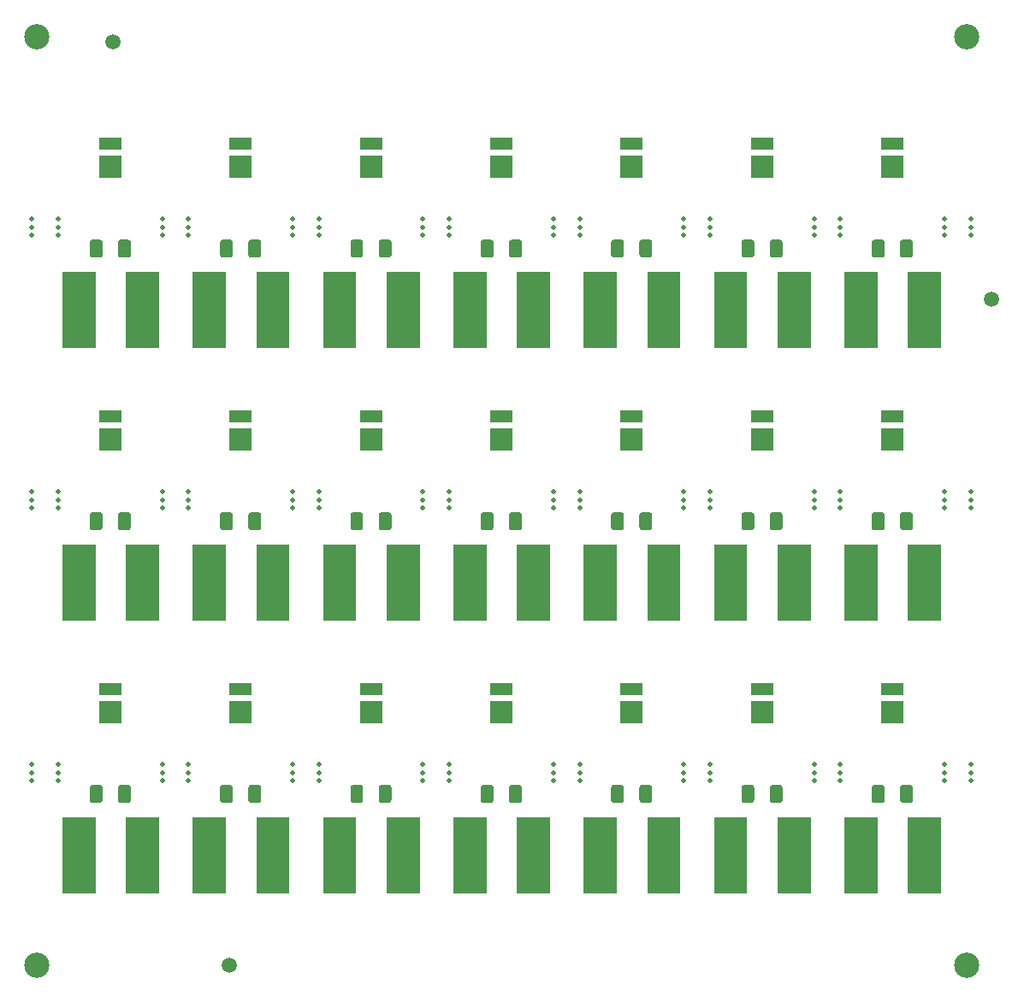
<source format=gbr>
G04 #@! TF.GenerationSoftware,KiCad,Pcbnew,(5.1.5)-3*
G04 #@! TF.CreationDate,2020-06-10T08:11:37+03:00*
G04 #@! TF.ProjectId,noname,6e6f6e61-6d65-42e6-9b69-6361645f7063,rev?*
G04 #@! TF.SameCoordinates,Original*
G04 #@! TF.FileFunction,Soldermask,Top*
G04 #@! TF.FilePolarity,Negative*
%FSLAX46Y46*%
G04 Gerber Fmt 4.6, Leading zero omitted, Abs format (unit mm)*
G04 Created by KiCad (PCBNEW (5.1.5)-3) date 2020-06-10 08:11:37*
%MOMM*%
%LPD*%
G04 APERTURE LIST*
%ADD10C,0.100000*%
%ADD11C,0.500000*%
%ADD12R,2.200000X1.250000*%
%ADD13R,2.200000X2.200000*%
%ADD14C,1.500000*%
%ADD15C,2.500000*%
G04 APERTURE END LIST*
D10*
G36*
X113900000Y-127200000D02*
G01*
X110700000Y-127200000D01*
X110700000Y-119700000D01*
X113900000Y-119700000D01*
X113900000Y-127200000D01*
G37*
X113900000Y-127200000D02*
X110700000Y-127200000D01*
X110700000Y-119700000D01*
X113900000Y-119700000D01*
X113900000Y-127200000D01*
G36*
X146300000Y-127200000D02*
G01*
X143100000Y-127200000D01*
X143100000Y-119700000D01*
X146300000Y-119700000D01*
X146300000Y-127200000D01*
G37*
X146300000Y-127200000D02*
X143100000Y-127200000D01*
X143100000Y-119700000D01*
X146300000Y-119700000D01*
X146300000Y-127200000D01*
G36*
X159200000Y-127200000D02*
G01*
X156000000Y-127200000D01*
X156000000Y-119700000D01*
X159200000Y-119700000D01*
X159200000Y-127200000D01*
G37*
X159200000Y-127200000D02*
X156000000Y-127200000D01*
X156000000Y-119700000D01*
X159200000Y-119700000D01*
X159200000Y-127200000D01*
G36*
X165500000Y-127200000D02*
G01*
X162300000Y-127200000D01*
X162300000Y-119700000D01*
X165500000Y-119700000D01*
X165500000Y-127200000D01*
G37*
X165500000Y-127200000D02*
X162300000Y-127200000D01*
X162300000Y-119700000D01*
X165500000Y-119700000D01*
X165500000Y-127200000D01*
G36*
X133400000Y-127200000D02*
G01*
X130200000Y-127200000D01*
X130200000Y-119700000D01*
X133400000Y-119700000D01*
X133400000Y-127200000D01*
G37*
X133400000Y-127200000D02*
X130200000Y-127200000D01*
X130200000Y-119700000D01*
X133400000Y-119700000D01*
X133400000Y-127200000D01*
G36*
X152600000Y-127200000D02*
G01*
X149400000Y-127200000D01*
X149400000Y-119700000D01*
X152600000Y-119700000D01*
X152600000Y-127200000D01*
G37*
X152600000Y-127200000D02*
X149400000Y-127200000D01*
X149400000Y-119700000D01*
X152600000Y-119700000D01*
X152600000Y-127200000D01*
G36*
X107600000Y-127200000D02*
G01*
X104400000Y-127200000D01*
X104400000Y-119700000D01*
X107600000Y-119700000D01*
X107600000Y-127200000D01*
G37*
X107600000Y-127200000D02*
X104400000Y-127200000D01*
X104400000Y-119700000D01*
X107600000Y-119700000D01*
X107600000Y-127200000D01*
G36*
X126800000Y-127200000D02*
G01*
X123600000Y-127200000D01*
X123600000Y-119700000D01*
X126800000Y-119700000D01*
X126800000Y-127200000D01*
G37*
X126800000Y-127200000D02*
X123600000Y-127200000D01*
X123600000Y-119700000D01*
X126800000Y-119700000D01*
X126800000Y-127200000D01*
G36*
X172100000Y-127200000D02*
G01*
X168900000Y-127200000D01*
X168900000Y-119700000D01*
X172100000Y-119700000D01*
X172100000Y-127200000D01*
G37*
X172100000Y-127200000D02*
X168900000Y-127200000D01*
X168900000Y-119700000D01*
X172100000Y-119700000D01*
X172100000Y-127200000D01*
G36*
X139700000Y-127200000D02*
G01*
X136500000Y-127200000D01*
X136500000Y-119700000D01*
X139700000Y-119700000D01*
X139700000Y-127200000D01*
G37*
X139700000Y-127200000D02*
X136500000Y-127200000D01*
X136500000Y-119700000D01*
X139700000Y-119700000D01*
X139700000Y-127200000D01*
G36*
X120500000Y-127200000D02*
G01*
X117300000Y-127200000D01*
X117300000Y-119700000D01*
X120500000Y-119700000D01*
X120500000Y-127200000D01*
G37*
X120500000Y-127200000D02*
X117300000Y-127200000D01*
X117300000Y-119700000D01*
X120500000Y-119700000D01*
X120500000Y-127200000D01*
G36*
X101000000Y-127200000D02*
G01*
X97800000Y-127200000D01*
X97800000Y-119700000D01*
X101000000Y-119700000D01*
X101000000Y-127200000D01*
G37*
X101000000Y-127200000D02*
X97800000Y-127200000D01*
X97800000Y-119700000D01*
X101000000Y-119700000D01*
X101000000Y-127200000D01*
G36*
X94700000Y-127200000D02*
G01*
X91500000Y-127200000D01*
X91500000Y-119700000D01*
X94700000Y-119700000D01*
X94700000Y-127200000D01*
G37*
X94700000Y-127200000D02*
X91500000Y-127200000D01*
X91500000Y-119700000D01*
X94700000Y-119700000D01*
X94700000Y-127200000D01*
G36*
X178400000Y-127200000D02*
G01*
X175200000Y-127200000D01*
X175200000Y-119700000D01*
X178400000Y-119700000D01*
X178400000Y-127200000D01*
G37*
X178400000Y-127200000D02*
X175200000Y-127200000D01*
X175200000Y-119700000D01*
X178400000Y-119700000D01*
X178400000Y-127200000D01*
G36*
X107600000Y-100200000D02*
G01*
X104400000Y-100200000D01*
X104400000Y-92700000D01*
X107600000Y-92700000D01*
X107600000Y-100200000D01*
G37*
X107600000Y-100200000D02*
X104400000Y-100200000D01*
X104400000Y-92700000D01*
X107600000Y-92700000D01*
X107600000Y-100200000D01*
G36*
X120500000Y-100200000D02*
G01*
X117300000Y-100200000D01*
X117300000Y-92700000D01*
X120500000Y-92700000D01*
X120500000Y-100200000D01*
G37*
X120500000Y-100200000D02*
X117300000Y-100200000D01*
X117300000Y-92700000D01*
X120500000Y-92700000D01*
X120500000Y-100200000D01*
G36*
X172100000Y-100200000D02*
G01*
X168900000Y-100200000D01*
X168900000Y-92700000D01*
X172100000Y-92700000D01*
X172100000Y-100200000D01*
G37*
X172100000Y-100200000D02*
X168900000Y-100200000D01*
X168900000Y-92700000D01*
X172100000Y-92700000D01*
X172100000Y-100200000D01*
G36*
X159200000Y-100200000D02*
G01*
X156000000Y-100200000D01*
X156000000Y-92700000D01*
X159200000Y-92700000D01*
X159200000Y-100200000D01*
G37*
X159200000Y-100200000D02*
X156000000Y-100200000D01*
X156000000Y-92700000D01*
X159200000Y-92700000D01*
X159200000Y-100200000D01*
G36*
X146300000Y-100200000D02*
G01*
X143100000Y-100200000D01*
X143100000Y-92700000D01*
X146300000Y-92700000D01*
X146300000Y-100200000D01*
G37*
X146300000Y-100200000D02*
X143100000Y-100200000D01*
X143100000Y-92700000D01*
X146300000Y-92700000D01*
X146300000Y-100200000D01*
G36*
X133400000Y-100200000D02*
G01*
X130200000Y-100200000D01*
X130200000Y-92700000D01*
X133400000Y-92700000D01*
X133400000Y-100200000D01*
G37*
X133400000Y-100200000D02*
X130200000Y-100200000D01*
X130200000Y-92700000D01*
X133400000Y-92700000D01*
X133400000Y-100200000D01*
G36*
X165500000Y-100200000D02*
G01*
X162300000Y-100200000D01*
X162300000Y-92700000D01*
X165500000Y-92700000D01*
X165500000Y-100200000D01*
G37*
X165500000Y-100200000D02*
X162300000Y-100200000D01*
X162300000Y-92700000D01*
X165500000Y-92700000D01*
X165500000Y-100200000D01*
G36*
X126800000Y-100200000D02*
G01*
X123600000Y-100200000D01*
X123600000Y-92700000D01*
X126800000Y-92700000D01*
X126800000Y-100200000D01*
G37*
X126800000Y-100200000D02*
X123600000Y-100200000D01*
X123600000Y-92700000D01*
X126800000Y-92700000D01*
X126800000Y-100200000D01*
G36*
X152600000Y-100200000D02*
G01*
X149400000Y-100200000D01*
X149400000Y-92700000D01*
X152600000Y-92700000D01*
X152600000Y-100200000D01*
G37*
X152600000Y-100200000D02*
X149400000Y-100200000D01*
X149400000Y-92700000D01*
X152600000Y-92700000D01*
X152600000Y-100200000D01*
G36*
X139700000Y-100200000D02*
G01*
X136500000Y-100200000D01*
X136500000Y-92700000D01*
X139700000Y-92700000D01*
X139700000Y-100200000D01*
G37*
X139700000Y-100200000D02*
X136500000Y-100200000D01*
X136500000Y-92700000D01*
X139700000Y-92700000D01*
X139700000Y-100200000D01*
G36*
X113900000Y-100200000D02*
G01*
X110700000Y-100200000D01*
X110700000Y-92700000D01*
X113900000Y-92700000D01*
X113900000Y-100200000D01*
G37*
X113900000Y-100200000D02*
X110700000Y-100200000D01*
X110700000Y-92700000D01*
X113900000Y-92700000D01*
X113900000Y-100200000D01*
G36*
X178400000Y-100200000D02*
G01*
X175200000Y-100200000D01*
X175200000Y-92700000D01*
X178400000Y-92700000D01*
X178400000Y-100200000D01*
G37*
X178400000Y-100200000D02*
X175200000Y-100200000D01*
X175200000Y-92700000D01*
X178400000Y-92700000D01*
X178400000Y-100200000D01*
G36*
X94700000Y-100200000D02*
G01*
X91500000Y-100200000D01*
X91500000Y-92700000D01*
X94700000Y-92700000D01*
X94700000Y-100200000D01*
G37*
X94700000Y-100200000D02*
X91500000Y-100200000D01*
X91500000Y-92700000D01*
X94700000Y-92700000D01*
X94700000Y-100200000D01*
G36*
X101000000Y-100200000D02*
G01*
X97800000Y-100200000D01*
X97800000Y-92700000D01*
X101000000Y-92700000D01*
X101000000Y-100200000D01*
G37*
X101000000Y-100200000D02*
X97800000Y-100200000D01*
X97800000Y-92700000D01*
X101000000Y-92700000D01*
X101000000Y-100200000D01*
G36*
X172100000Y-73200000D02*
G01*
X168900000Y-73200000D01*
X168900000Y-65700000D01*
X172100000Y-65700000D01*
X172100000Y-73200000D01*
G37*
X172100000Y-73200000D02*
X168900000Y-73200000D01*
X168900000Y-65700000D01*
X172100000Y-65700000D01*
X172100000Y-73200000D01*
G36*
X159200000Y-73200000D02*
G01*
X156000000Y-73200000D01*
X156000000Y-65700000D01*
X159200000Y-65700000D01*
X159200000Y-73200000D01*
G37*
X159200000Y-73200000D02*
X156000000Y-73200000D01*
X156000000Y-65700000D01*
X159200000Y-65700000D01*
X159200000Y-73200000D01*
G36*
X146300000Y-73200000D02*
G01*
X143100000Y-73200000D01*
X143100000Y-65700000D01*
X146300000Y-65700000D01*
X146300000Y-73200000D01*
G37*
X146300000Y-73200000D02*
X143100000Y-73200000D01*
X143100000Y-65700000D01*
X146300000Y-65700000D01*
X146300000Y-73200000D01*
G36*
X133400000Y-73200000D02*
G01*
X130200000Y-73200000D01*
X130200000Y-65700000D01*
X133400000Y-65700000D01*
X133400000Y-73200000D01*
G37*
X133400000Y-73200000D02*
X130200000Y-73200000D01*
X130200000Y-65700000D01*
X133400000Y-65700000D01*
X133400000Y-73200000D01*
G36*
X120500000Y-73200000D02*
G01*
X117300000Y-73200000D01*
X117300000Y-65700000D01*
X120500000Y-65700000D01*
X120500000Y-73200000D01*
G37*
X120500000Y-73200000D02*
X117300000Y-73200000D01*
X117300000Y-65700000D01*
X120500000Y-65700000D01*
X120500000Y-73200000D01*
G36*
X107600000Y-73200000D02*
G01*
X104400000Y-73200000D01*
X104400000Y-65700000D01*
X107600000Y-65700000D01*
X107600000Y-73200000D01*
G37*
X107600000Y-73200000D02*
X104400000Y-73200000D01*
X104400000Y-65700000D01*
X107600000Y-65700000D01*
X107600000Y-73200000D01*
G36*
X178400000Y-73200000D02*
G01*
X175200000Y-73200000D01*
X175200000Y-65700000D01*
X178400000Y-65700000D01*
X178400000Y-73200000D01*
G37*
X178400000Y-73200000D02*
X175200000Y-73200000D01*
X175200000Y-65700000D01*
X178400000Y-65700000D01*
X178400000Y-73200000D01*
G36*
X165500000Y-73200000D02*
G01*
X162300000Y-73200000D01*
X162300000Y-65700000D01*
X165500000Y-65700000D01*
X165500000Y-73200000D01*
G37*
X165500000Y-73200000D02*
X162300000Y-73200000D01*
X162300000Y-65700000D01*
X165500000Y-65700000D01*
X165500000Y-73200000D01*
G36*
X152600000Y-73200000D02*
G01*
X149400000Y-73200000D01*
X149400000Y-65700000D01*
X152600000Y-65700000D01*
X152600000Y-73200000D01*
G37*
X152600000Y-73200000D02*
X149400000Y-73200000D01*
X149400000Y-65700000D01*
X152600000Y-65700000D01*
X152600000Y-73200000D01*
G36*
X139700000Y-73200000D02*
G01*
X136500000Y-73200000D01*
X136500000Y-65700000D01*
X139700000Y-65700000D01*
X139700000Y-73200000D01*
G37*
X139700000Y-73200000D02*
X136500000Y-73200000D01*
X136500000Y-65700000D01*
X139700000Y-65700000D01*
X139700000Y-73200000D01*
G36*
X126800000Y-73200000D02*
G01*
X123600000Y-73200000D01*
X123600000Y-65700000D01*
X126800000Y-65700000D01*
X126800000Y-73200000D01*
G37*
X126800000Y-73200000D02*
X123600000Y-73200000D01*
X123600000Y-65700000D01*
X126800000Y-65700000D01*
X126800000Y-73200000D01*
G36*
X113900000Y-73200000D02*
G01*
X110700000Y-73200000D01*
X110700000Y-65700000D01*
X113900000Y-65700000D01*
X113900000Y-73200000D01*
G37*
X113900000Y-73200000D02*
X110700000Y-73200000D01*
X110700000Y-65700000D01*
X113900000Y-65700000D01*
X113900000Y-73200000D01*
G36*
X101000000Y-73200000D02*
G01*
X97800000Y-73200000D01*
X97800000Y-65700000D01*
X101000000Y-65700000D01*
X101000000Y-73200000D01*
G37*
X101000000Y-73200000D02*
X97800000Y-73200000D01*
X97800000Y-65700000D01*
X101000000Y-65700000D01*
X101000000Y-73200000D01*
G36*
X94700000Y-73200000D02*
G01*
X91500000Y-73200000D01*
X91500000Y-65700000D01*
X94700000Y-65700000D01*
X94700000Y-73200000D01*
G37*
X94700000Y-73200000D02*
X91500000Y-73200000D01*
X91500000Y-65700000D01*
X94700000Y-65700000D01*
X94700000Y-73200000D01*
D11*
X178800000Y-115300000D03*
X178800000Y-114500000D03*
X178800000Y-116100000D03*
X181400000Y-115300000D03*
X181400000Y-114500000D03*
X181400000Y-116100000D03*
X116900000Y-116100000D03*
X116900000Y-114500000D03*
X116900000Y-115300000D03*
X114300000Y-116100000D03*
X114300000Y-114500000D03*
X114300000Y-115300000D03*
D10*
G36*
X146849504Y-116526204D02*
G01*
X146873773Y-116529804D01*
X146897571Y-116535765D01*
X146920671Y-116544030D01*
X146942849Y-116554520D01*
X146963893Y-116567133D01*
X146983598Y-116581747D01*
X147001777Y-116598223D01*
X147018253Y-116616402D01*
X147032867Y-116636107D01*
X147045480Y-116657151D01*
X147055970Y-116679329D01*
X147064235Y-116702429D01*
X147070196Y-116726227D01*
X147073796Y-116750496D01*
X147075000Y-116775000D01*
X147075000Y-118025000D01*
X147073796Y-118049504D01*
X147070196Y-118073773D01*
X147064235Y-118097571D01*
X147055970Y-118120671D01*
X147045480Y-118142849D01*
X147032867Y-118163893D01*
X147018253Y-118183598D01*
X147001777Y-118201777D01*
X146983598Y-118218253D01*
X146963893Y-118232867D01*
X146942849Y-118245480D01*
X146920671Y-118255970D01*
X146897571Y-118264235D01*
X146873773Y-118270196D01*
X146849504Y-118273796D01*
X146825000Y-118275000D01*
X146075000Y-118275000D01*
X146050496Y-118273796D01*
X146026227Y-118270196D01*
X146002429Y-118264235D01*
X145979329Y-118255970D01*
X145957151Y-118245480D01*
X145936107Y-118232867D01*
X145916402Y-118218253D01*
X145898223Y-118201777D01*
X145881747Y-118183598D01*
X145867133Y-118163893D01*
X145854520Y-118142849D01*
X145844030Y-118120671D01*
X145835765Y-118097571D01*
X145829804Y-118073773D01*
X145826204Y-118049504D01*
X145825000Y-118025000D01*
X145825000Y-116775000D01*
X145826204Y-116750496D01*
X145829804Y-116726227D01*
X145835765Y-116702429D01*
X145844030Y-116679329D01*
X145854520Y-116657151D01*
X145867133Y-116636107D01*
X145881747Y-116616402D01*
X145898223Y-116598223D01*
X145916402Y-116581747D01*
X145936107Y-116567133D01*
X145957151Y-116554520D01*
X145979329Y-116544030D01*
X146002429Y-116535765D01*
X146026227Y-116529804D01*
X146050496Y-116526204D01*
X146075000Y-116525000D01*
X146825000Y-116525000D01*
X146849504Y-116526204D01*
G37*
G36*
X149649504Y-116526204D02*
G01*
X149673773Y-116529804D01*
X149697571Y-116535765D01*
X149720671Y-116544030D01*
X149742849Y-116554520D01*
X149763893Y-116567133D01*
X149783598Y-116581747D01*
X149801777Y-116598223D01*
X149818253Y-116616402D01*
X149832867Y-116636107D01*
X149845480Y-116657151D01*
X149855970Y-116679329D01*
X149864235Y-116702429D01*
X149870196Y-116726227D01*
X149873796Y-116750496D01*
X149875000Y-116775000D01*
X149875000Y-118025000D01*
X149873796Y-118049504D01*
X149870196Y-118073773D01*
X149864235Y-118097571D01*
X149855970Y-118120671D01*
X149845480Y-118142849D01*
X149832867Y-118163893D01*
X149818253Y-118183598D01*
X149801777Y-118201777D01*
X149783598Y-118218253D01*
X149763893Y-118232867D01*
X149742849Y-118245480D01*
X149720671Y-118255970D01*
X149697571Y-118264235D01*
X149673773Y-118270196D01*
X149649504Y-118273796D01*
X149625000Y-118275000D01*
X148875000Y-118275000D01*
X148850496Y-118273796D01*
X148826227Y-118270196D01*
X148802429Y-118264235D01*
X148779329Y-118255970D01*
X148757151Y-118245480D01*
X148736107Y-118232867D01*
X148716402Y-118218253D01*
X148698223Y-118201777D01*
X148681747Y-118183598D01*
X148667133Y-118163893D01*
X148654520Y-118142849D01*
X148644030Y-118120671D01*
X148635765Y-118097571D01*
X148629804Y-118073773D01*
X148626204Y-118049504D01*
X148625000Y-118025000D01*
X148625000Y-116775000D01*
X148626204Y-116750496D01*
X148629804Y-116726227D01*
X148635765Y-116702429D01*
X148644030Y-116679329D01*
X148654520Y-116657151D01*
X148667133Y-116636107D01*
X148681747Y-116616402D01*
X148698223Y-116598223D01*
X148716402Y-116581747D01*
X148736107Y-116567133D01*
X148757151Y-116554520D01*
X148779329Y-116544030D01*
X148802429Y-116535765D01*
X148826227Y-116529804D01*
X148850496Y-116526204D01*
X148875000Y-116525000D01*
X149625000Y-116525000D01*
X149649504Y-116526204D01*
G37*
D12*
X173650000Y-107025000D03*
D13*
X173650000Y-109300000D03*
D10*
G36*
X108149504Y-116526204D02*
G01*
X108173773Y-116529804D01*
X108197571Y-116535765D01*
X108220671Y-116544030D01*
X108242849Y-116554520D01*
X108263893Y-116567133D01*
X108283598Y-116581747D01*
X108301777Y-116598223D01*
X108318253Y-116616402D01*
X108332867Y-116636107D01*
X108345480Y-116657151D01*
X108355970Y-116679329D01*
X108364235Y-116702429D01*
X108370196Y-116726227D01*
X108373796Y-116750496D01*
X108375000Y-116775000D01*
X108375000Y-118025000D01*
X108373796Y-118049504D01*
X108370196Y-118073773D01*
X108364235Y-118097571D01*
X108355970Y-118120671D01*
X108345480Y-118142849D01*
X108332867Y-118163893D01*
X108318253Y-118183598D01*
X108301777Y-118201777D01*
X108283598Y-118218253D01*
X108263893Y-118232867D01*
X108242849Y-118245480D01*
X108220671Y-118255970D01*
X108197571Y-118264235D01*
X108173773Y-118270196D01*
X108149504Y-118273796D01*
X108125000Y-118275000D01*
X107375000Y-118275000D01*
X107350496Y-118273796D01*
X107326227Y-118270196D01*
X107302429Y-118264235D01*
X107279329Y-118255970D01*
X107257151Y-118245480D01*
X107236107Y-118232867D01*
X107216402Y-118218253D01*
X107198223Y-118201777D01*
X107181747Y-118183598D01*
X107167133Y-118163893D01*
X107154520Y-118142849D01*
X107144030Y-118120671D01*
X107135765Y-118097571D01*
X107129804Y-118073773D01*
X107126204Y-118049504D01*
X107125000Y-118025000D01*
X107125000Y-116775000D01*
X107126204Y-116750496D01*
X107129804Y-116726227D01*
X107135765Y-116702429D01*
X107144030Y-116679329D01*
X107154520Y-116657151D01*
X107167133Y-116636107D01*
X107181747Y-116616402D01*
X107198223Y-116598223D01*
X107216402Y-116581747D01*
X107236107Y-116567133D01*
X107257151Y-116554520D01*
X107279329Y-116544030D01*
X107302429Y-116535765D01*
X107326227Y-116529804D01*
X107350496Y-116526204D01*
X107375000Y-116525000D01*
X108125000Y-116525000D01*
X108149504Y-116526204D01*
G37*
G36*
X110949504Y-116526204D02*
G01*
X110973773Y-116529804D01*
X110997571Y-116535765D01*
X111020671Y-116544030D01*
X111042849Y-116554520D01*
X111063893Y-116567133D01*
X111083598Y-116581747D01*
X111101777Y-116598223D01*
X111118253Y-116616402D01*
X111132867Y-116636107D01*
X111145480Y-116657151D01*
X111155970Y-116679329D01*
X111164235Y-116702429D01*
X111170196Y-116726227D01*
X111173796Y-116750496D01*
X111175000Y-116775000D01*
X111175000Y-118025000D01*
X111173796Y-118049504D01*
X111170196Y-118073773D01*
X111164235Y-118097571D01*
X111155970Y-118120671D01*
X111145480Y-118142849D01*
X111132867Y-118163893D01*
X111118253Y-118183598D01*
X111101777Y-118201777D01*
X111083598Y-118218253D01*
X111063893Y-118232867D01*
X111042849Y-118245480D01*
X111020671Y-118255970D01*
X110997571Y-118264235D01*
X110973773Y-118270196D01*
X110949504Y-118273796D01*
X110925000Y-118275000D01*
X110175000Y-118275000D01*
X110150496Y-118273796D01*
X110126227Y-118270196D01*
X110102429Y-118264235D01*
X110079329Y-118255970D01*
X110057151Y-118245480D01*
X110036107Y-118232867D01*
X110016402Y-118218253D01*
X109998223Y-118201777D01*
X109981747Y-118183598D01*
X109967133Y-118163893D01*
X109954520Y-118142849D01*
X109944030Y-118120671D01*
X109935765Y-118097571D01*
X109929804Y-118073773D01*
X109926204Y-118049504D01*
X109925000Y-118025000D01*
X109925000Y-116775000D01*
X109926204Y-116750496D01*
X109929804Y-116726227D01*
X109935765Y-116702429D01*
X109944030Y-116679329D01*
X109954520Y-116657151D01*
X109967133Y-116636107D01*
X109981747Y-116616402D01*
X109998223Y-116598223D01*
X110016402Y-116581747D01*
X110036107Y-116567133D01*
X110057151Y-116554520D01*
X110079329Y-116544030D01*
X110102429Y-116535765D01*
X110126227Y-116529804D01*
X110150496Y-116526204D01*
X110175000Y-116525000D01*
X110925000Y-116525000D01*
X110949504Y-116526204D01*
G37*
G36*
X133949504Y-116526204D02*
G01*
X133973773Y-116529804D01*
X133997571Y-116535765D01*
X134020671Y-116544030D01*
X134042849Y-116554520D01*
X134063893Y-116567133D01*
X134083598Y-116581747D01*
X134101777Y-116598223D01*
X134118253Y-116616402D01*
X134132867Y-116636107D01*
X134145480Y-116657151D01*
X134155970Y-116679329D01*
X134164235Y-116702429D01*
X134170196Y-116726227D01*
X134173796Y-116750496D01*
X134175000Y-116775000D01*
X134175000Y-118025000D01*
X134173796Y-118049504D01*
X134170196Y-118073773D01*
X134164235Y-118097571D01*
X134155970Y-118120671D01*
X134145480Y-118142849D01*
X134132867Y-118163893D01*
X134118253Y-118183598D01*
X134101777Y-118201777D01*
X134083598Y-118218253D01*
X134063893Y-118232867D01*
X134042849Y-118245480D01*
X134020671Y-118255970D01*
X133997571Y-118264235D01*
X133973773Y-118270196D01*
X133949504Y-118273796D01*
X133925000Y-118275000D01*
X133175000Y-118275000D01*
X133150496Y-118273796D01*
X133126227Y-118270196D01*
X133102429Y-118264235D01*
X133079329Y-118255970D01*
X133057151Y-118245480D01*
X133036107Y-118232867D01*
X133016402Y-118218253D01*
X132998223Y-118201777D01*
X132981747Y-118183598D01*
X132967133Y-118163893D01*
X132954520Y-118142849D01*
X132944030Y-118120671D01*
X132935765Y-118097571D01*
X132929804Y-118073773D01*
X132926204Y-118049504D01*
X132925000Y-118025000D01*
X132925000Y-116775000D01*
X132926204Y-116750496D01*
X132929804Y-116726227D01*
X132935765Y-116702429D01*
X132944030Y-116679329D01*
X132954520Y-116657151D01*
X132967133Y-116636107D01*
X132981747Y-116616402D01*
X132998223Y-116598223D01*
X133016402Y-116581747D01*
X133036107Y-116567133D01*
X133057151Y-116554520D01*
X133079329Y-116544030D01*
X133102429Y-116535765D01*
X133126227Y-116529804D01*
X133150496Y-116526204D01*
X133175000Y-116525000D01*
X133925000Y-116525000D01*
X133949504Y-116526204D01*
G37*
G36*
X136749504Y-116526204D02*
G01*
X136773773Y-116529804D01*
X136797571Y-116535765D01*
X136820671Y-116544030D01*
X136842849Y-116554520D01*
X136863893Y-116567133D01*
X136883598Y-116581747D01*
X136901777Y-116598223D01*
X136918253Y-116616402D01*
X136932867Y-116636107D01*
X136945480Y-116657151D01*
X136955970Y-116679329D01*
X136964235Y-116702429D01*
X136970196Y-116726227D01*
X136973796Y-116750496D01*
X136975000Y-116775000D01*
X136975000Y-118025000D01*
X136973796Y-118049504D01*
X136970196Y-118073773D01*
X136964235Y-118097571D01*
X136955970Y-118120671D01*
X136945480Y-118142849D01*
X136932867Y-118163893D01*
X136918253Y-118183598D01*
X136901777Y-118201777D01*
X136883598Y-118218253D01*
X136863893Y-118232867D01*
X136842849Y-118245480D01*
X136820671Y-118255970D01*
X136797571Y-118264235D01*
X136773773Y-118270196D01*
X136749504Y-118273796D01*
X136725000Y-118275000D01*
X135975000Y-118275000D01*
X135950496Y-118273796D01*
X135926227Y-118270196D01*
X135902429Y-118264235D01*
X135879329Y-118255970D01*
X135857151Y-118245480D01*
X135836107Y-118232867D01*
X135816402Y-118218253D01*
X135798223Y-118201777D01*
X135781747Y-118183598D01*
X135767133Y-118163893D01*
X135754520Y-118142849D01*
X135744030Y-118120671D01*
X135735765Y-118097571D01*
X135729804Y-118073773D01*
X135726204Y-118049504D01*
X135725000Y-118025000D01*
X135725000Y-116775000D01*
X135726204Y-116750496D01*
X135729804Y-116726227D01*
X135735765Y-116702429D01*
X135744030Y-116679329D01*
X135754520Y-116657151D01*
X135767133Y-116636107D01*
X135781747Y-116616402D01*
X135798223Y-116598223D01*
X135816402Y-116581747D01*
X135836107Y-116567133D01*
X135857151Y-116554520D01*
X135879329Y-116544030D01*
X135902429Y-116535765D01*
X135926227Y-116529804D01*
X135950496Y-116526204D01*
X135975000Y-116525000D01*
X136725000Y-116525000D01*
X136749504Y-116526204D01*
G37*
G36*
X172649504Y-116526204D02*
G01*
X172673773Y-116529804D01*
X172697571Y-116535765D01*
X172720671Y-116544030D01*
X172742849Y-116554520D01*
X172763893Y-116567133D01*
X172783598Y-116581747D01*
X172801777Y-116598223D01*
X172818253Y-116616402D01*
X172832867Y-116636107D01*
X172845480Y-116657151D01*
X172855970Y-116679329D01*
X172864235Y-116702429D01*
X172870196Y-116726227D01*
X172873796Y-116750496D01*
X172875000Y-116775000D01*
X172875000Y-118025000D01*
X172873796Y-118049504D01*
X172870196Y-118073773D01*
X172864235Y-118097571D01*
X172855970Y-118120671D01*
X172845480Y-118142849D01*
X172832867Y-118163893D01*
X172818253Y-118183598D01*
X172801777Y-118201777D01*
X172783598Y-118218253D01*
X172763893Y-118232867D01*
X172742849Y-118245480D01*
X172720671Y-118255970D01*
X172697571Y-118264235D01*
X172673773Y-118270196D01*
X172649504Y-118273796D01*
X172625000Y-118275000D01*
X171875000Y-118275000D01*
X171850496Y-118273796D01*
X171826227Y-118270196D01*
X171802429Y-118264235D01*
X171779329Y-118255970D01*
X171757151Y-118245480D01*
X171736107Y-118232867D01*
X171716402Y-118218253D01*
X171698223Y-118201777D01*
X171681747Y-118183598D01*
X171667133Y-118163893D01*
X171654520Y-118142849D01*
X171644030Y-118120671D01*
X171635765Y-118097571D01*
X171629804Y-118073773D01*
X171626204Y-118049504D01*
X171625000Y-118025000D01*
X171625000Y-116775000D01*
X171626204Y-116750496D01*
X171629804Y-116726227D01*
X171635765Y-116702429D01*
X171644030Y-116679329D01*
X171654520Y-116657151D01*
X171667133Y-116636107D01*
X171681747Y-116616402D01*
X171698223Y-116598223D01*
X171716402Y-116581747D01*
X171736107Y-116567133D01*
X171757151Y-116554520D01*
X171779329Y-116544030D01*
X171802429Y-116535765D01*
X171826227Y-116529804D01*
X171850496Y-116526204D01*
X171875000Y-116525000D01*
X172625000Y-116525000D01*
X172649504Y-116526204D01*
G37*
G36*
X175449504Y-116526204D02*
G01*
X175473773Y-116529804D01*
X175497571Y-116535765D01*
X175520671Y-116544030D01*
X175542849Y-116554520D01*
X175563893Y-116567133D01*
X175583598Y-116581747D01*
X175601777Y-116598223D01*
X175618253Y-116616402D01*
X175632867Y-116636107D01*
X175645480Y-116657151D01*
X175655970Y-116679329D01*
X175664235Y-116702429D01*
X175670196Y-116726227D01*
X175673796Y-116750496D01*
X175675000Y-116775000D01*
X175675000Y-118025000D01*
X175673796Y-118049504D01*
X175670196Y-118073773D01*
X175664235Y-118097571D01*
X175655970Y-118120671D01*
X175645480Y-118142849D01*
X175632867Y-118163893D01*
X175618253Y-118183598D01*
X175601777Y-118201777D01*
X175583598Y-118218253D01*
X175563893Y-118232867D01*
X175542849Y-118245480D01*
X175520671Y-118255970D01*
X175497571Y-118264235D01*
X175473773Y-118270196D01*
X175449504Y-118273796D01*
X175425000Y-118275000D01*
X174675000Y-118275000D01*
X174650496Y-118273796D01*
X174626227Y-118270196D01*
X174602429Y-118264235D01*
X174579329Y-118255970D01*
X174557151Y-118245480D01*
X174536107Y-118232867D01*
X174516402Y-118218253D01*
X174498223Y-118201777D01*
X174481747Y-118183598D01*
X174467133Y-118163893D01*
X174454520Y-118142849D01*
X174444030Y-118120671D01*
X174435765Y-118097571D01*
X174429804Y-118073773D01*
X174426204Y-118049504D01*
X174425000Y-118025000D01*
X174425000Y-116775000D01*
X174426204Y-116750496D01*
X174429804Y-116726227D01*
X174435765Y-116702429D01*
X174444030Y-116679329D01*
X174454520Y-116657151D01*
X174467133Y-116636107D01*
X174481747Y-116616402D01*
X174498223Y-116598223D01*
X174516402Y-116581747D01*
X174536107Y-116567133D01*
X174557151Y-116554520D01*
X174579329Y-116544030D01*
X174602429Y-116535765D01*
X174626227Y-116529804D01*
X174650496Y-116526204D01*
X174675000Y-116525000D01*
X175425000Y-116525000D01*
X175449504Y-116526204D01*
G37*
G36*
X159749504Y-116526204D02*
G01*
X159773773Y-116529804D01*
X159797571Y-116535765D01*
X159820671Y-116544030D01*
X159842849Y-116554520D01*
X159863893Y-116567133D01*
X159883598Y-116581747D01*
X159901777Y-116598223D01*
X159918253Y-116616402D01*
X159932867Y-116636107D01*
X159945480Y-116657151D01*
X159955970Y-116679329D01*
X159964235Y-116702429D01*
X159970196Y-116726227D01*
X159973796Y-116750496D01*
X159975000Y-116775000D01*
X159975000Y-118025000D01*
X159973796Y-118049504D01*
X159970196Y-118073773D01*
X159964235Y-118097571D01*
X159955970Y-118120671D01*
X159945480Y-118142849D01*
X159932867Y-118163893D01*
X159918253Y-118183598D01*
X159901777Y-118201777D01*
X159883598Y-118218253D01*
X159863893Y-118232867D01*
X159842849Y-118245480D01*
X159820671Y-118255970D01*
X159797571Y-118264235D01*
X159773773Y-118270196D01*
X159749504Y-118273796D01*
X159725000Y-118275000D01*
X158975000Y-118275000D01*
X158950496Y-118273796D01*
X158926227Y-118270196D01*
X158902429Y-118264235D01*
X158879329Y-118255970D01*
X158857151Y-118245480D01*
X158836107Y-118232867D01*
X158816402Y-118218253D01*
X158798223Y-118201777D01*
X158781747Y-118183598D01*
X158767133Y-118163893D01*
X158754520Y-118142849D01*
X158744030Y-118120671D01*
X158735765Y-118097571D01*
X158729804Y-118073773D01*
X158726204Y-118049504D01*
X158725000Y-118025000D01*
X158725000Y-116775000D01*
X158726204Y-116750496D01*
X158729804Y-116726227D01*
X158735765Y-116702429D01*
X158744030Y-116679329D01*
X158754520Y-116657151D01*
X158767133Y-116636107D01*
X158781747Y-116616402D01*
X158798223Y-116598223D01*
X158816402Y-116581747D01*
X158836107Y-116567133D01*
X158857151Y-116554520D01*
X158879329Y-116544030D01*
X158902429Y-116535765D01*
X158926227Y-116529804D01*
X158950496Y-116526204D01*
X158975000Y-116525000D01*
X159725000Y-116525000D01*
X159749504Y-116526204D01*
G37*
G36*
X162549504Y-116526204D02*
G01*
X162573773Y-116529804D01*
X162597571Y-116535765D01*
X162620671Y-116544030D01*
X162642849Y-116554520D01*
X162663893Y-116567133D01*
X162683598Y-116581747D01*
X162701777Y-116598223D01*
X162718253Y-116616402D01*
X162732867Y-116636107D01*
X162745480Y-116657151D01*
X162755970Y-116679329D01*
X162764235Y-116702429D01*
X162770196Y-116726227D01*
X162773796Y-116750496D01*
X162775000Y-116775000D01*
X162775000Y-118025000D01*
X162773796Y-118049504D01*
X162770196Y-118073773D01*
X162764235Y-118097571D01*
X162755970Y-118120671D01*
X162745480Y-118142849D01*
X162732867Y-118163893D01*
X162718253Y-118183598D01*
X162701777Y-118201777D01*
X162683598Y-118218253D01*
X162663893Y-118232867D01*
X162642849Y-118245480D01*
X162620671Y-118255970D01*
X162597571Y-118264235D01*
X162573773Y-118270196D01*
X162549504Y-118273796D01*
X162525000Y-118275000D01*
X161775000Y-118275000D01*
X161750496Y-118273796D01*
X161726227Y-118270196D01*
X161702429Y-118264235D01*
X161679329Y-118255970D01*
X161657151Y-118245480D01*
X161636107Y-118232867D01*
X161616402Y-118218253D01*
X161598223Y-118201777D01*
X161581747Y-118183598D01*
X161567133Y-118163893D01*
X161554520Y-118142849D01*
X161544030Y-118120671D01*
X161535765Y-118097571D01*
X161529804Y-118073773D01*
X161526204Y-118049504D01*
X161525000Y-118025000D01*
X161525000Y-116775000D01*
X161526204Y-116750496D01*
X161529804Y-116726227D01*
X161535765Y-116702429D01*
X161544030Y-116679329D01*
X161554520Y-116657151D01*
X161567133Y-116636107D01*
X161581747Y-116616402D01*
X161598223Y-116598223D01*
X161616402Y-116581747D01*
X161636107Y-116567133D01*
X161657151Y-116554520D01*
X161679329Y-116544030D01*
X161702429Y-116535765D01*
X161726227Y-116529804D01*
X161750496Y-116526204D01*
X161775000Y-116525000D01*
X162525000Y-116525000D01*
X162549504Y-116526204D01*
G37*
D12*
X160750000Y-107025000D03*
D13*
X160750000Y-109300000D03*
D11*
X155600000Y-116100000D03*
X155600000Y-114500000D03*
X155600000Y-115300000D03*
X153000000Y-116100000D03*
X153000000Y-114500000D03*
X153000000Y-115300000D03*
D12*
X109150000Y-107025000D03*
D13*
X109150000Y-109300000D03*
D10*
G36*
X121049504Y-116526204D02*
G01*
X121073773Y-116529804D01*
X121097571Y-116535765D01*
X121120671Y-116544030D01*
X121142849Y-116554520D01*
X121163893Y-116567133D01*
X121183598Y-116581747D01*
X121201777Y-116598223D01*
X121218253Y-116616402D01*
X121232867Y-116636107D01*
X121245480Y-116657151D01*
X121255970Y-116679329D01*
X121264235Y-116702429D01*
X121270196Y-116726227D01*
X121273796Y-116750496D01*
X121275000Y-116775000D01*
X121275000Y-118025000D01*
X121273796Y-118049504D01*
X121270196Y-118073773D01*
X121264235Y-118097571D01*
X121255970Y-118120671D01*
X121245480Y-118142849D01*
X121232867Y-118163893D01*
X121218253Y-118183598D01*
X121201777Y-118201777D01*
X121183598Y-118218253D01*
X121163893Y-118232867D01*
X121142849Y-118245480D01*
X121120671Y-118255970D01*
X121097571Y-118264235D01*
X121073773Y-118270196D01*
X121049504Y-118273796D01*
X121025000Y-118275000D01*
X120275000Y-118275000D01*
X120250496Y-118273796D01*
X120226227Y-118270196D01*
X120202429Y-118264235D01*
X120179329Y-118255970D01*
X120157151Y-118245480D01*
X120136107Y-118232867D01*
X120116402Y-118218253D01*
X120098223Y-118201777D01*
X120081747Y-118183598D01*
X120067133Y-118163893D01*
X120054520Y-118142849D01*
X120044030Y-118120671D01*
X120035765Y-118097571D01*
X120029804Y-118073773D01*
X120026204Y-118049504D01*
X120025000Y-118025000D01*
X120025000Y-116775000D01*
X120026204Y-116750496D01*
X120029804Y-116726227D01*
X120035765Y-116702429D01*
X120044030Y-116679329D01*
X120054520Y-116657151D01*
X120067133Y-116636107D01*
X120081747Y-116616402D01*
X120098223Y-116598223D01*
X120116402Y-116581747D01*
X120136107Y-116567133D01*
X120157151Y-116554520D01*
X120179329Y-116544030D01*
X120202429Y-116535765D01*
X120226227Y-116529804D01*
X120250496Y-116526204D01*
X120275000Y-116525000D01*
X121025000Y-116525000D01*
X121049504Y-116526204D01*
G37*
G36*
X123849504Y-116526204D02*
G01*
X123873773Y-116529804D01*
X123897571Y-116535765D01*
X123920671Y-116544030D01*
X123942849Y-116554520D01*
X123963893Y-116567133D01*
X123983598Y-116581747D01*
X124001777Y-116598223D01*
X124018253Y-116616402D01*
X124032867Y-116636107D01*
X124045480Y-116657151D01*
X124055970Y-116679329D01*
X124064235Y-116702429D01*
X124070196Y-116726227D01*
X124073796Y-116750496D01*
X124075000Y-116775000D01*
X124075000Y-118025000D01*
X124073796Y-118049504D01*
X124070196Y-118073773D01*
X124064235Y-118097571D01*
X124055970Y-118120671D01*
X124045480Y-118142849D01*
X124032867Y-118163893D01*
X124018253Y-118183598D01*
X124001777Y-118201777D01*
X123983598Y-118218253D01*
X123963893Y-118232867D01*
X123942849Y-118245480D01*
X123920671Y-118255970D01*
X123897571Y-118264235D01*
X123873773Y-118270196D01*
X123849504Y-118273796D01*
X123825000Y-118275000D01*
X123075000Y-118275000D01*
X123050496Y-118273796D01*
X123026227Y-118270196D01*
X123002429Y-118264235D01*
X122979329Y-118255970D01*
X122957151Y-118245480D01*
X122936107Y-118232867D01*
X122916402Y-118218253D01*
X122898223Y-118201777D01*
X122881747Y-118183598D01*
X122867133Y-118163893D01*
X122854520Y-118142849D01*
X122844030Y-118120671D01*
X122835765Y-118097571D01*
X122829804Y-118073773D01*
X122826204Y-118049504D01*
X122825000Y-118025000D01*
X122825000Y-116775000D01*
X122826204Y-116750496D01*
X122829804Y-116726227D01*
X122835765Y-116702429D01*
X122844030Y-116679329D01*
X122854520Y-116657151D01*
X122867133Y-116636107D01*
X122881747Y-116616402D01*
X122898223Y-116598223D01*
X122916402Y-116581747D01*
X122936107Y-116567133D01*
X122957151Y-116554520D01*
X122979329Y-116544030D01*
X123002429Y-116535765D01*
X123026227Y-116529804D01*
X123050496Y-116526204D01*
X123075000Y-116525000D01*
X123825000Y-116525000D01*
X123849504Y-116526204D01*
G37*
D12*
X147850000Y-107025000D03*
D13*
X147850000Y-109300000D03*
D12*
X134950000Y-107025000D03*
D13*
X134950000Y-109300000D03*
D12*
X122050000Y-107025000D03*
D13*
X122050000Y-109300000D03*
D11*
X168500000Y-116100000D03*
X168500000Y-114500000D03*
X168500000Y-115300000D03*
X165900000Y-116100000D03*
X165900000Y-114500000D03*
X165900000Y-115300000D03*
X129800000Y-116100000D03*
X129800000Y-114500000D03*
X129800000Y-115300000D03*
X127200000Y-116100000D03*
X127200000Y-114500000D03*
X127200000Y-115300000D03*
X104000000Y-116100000D03*
X104000000Y-114500000D03*
X104000000Y-115300000D03*
X101400000Y-116100000D03*
X101400000Y-114500000D03*
X101400000Y-115300000D03*
X142700000Y-116100000D03*
X142700000Y-114500000D03*
X142700000Y-115300000D03*
X140100000Y-116100000D03*
X140100000Y-114500000D03*
X140100000Y-115300000D03*
D10*
G36*
X98049504Y-116526204D02*
G01*
X98073773Y-116529804D01*
X98097571Y-116535765D01*
X98120671Y-116544030D01*
X98142849Y-116554520D01*
X98163893Y-116567133D01*
X98183598Y-116581747D01*
X98201777Y-116598223D01*
X98218253Y-116616402D01*
X98232867Y-116636107D01*
X98245480Y-116657151D01*
X98255970Y-116679329D01*
X98264235Y-116702429D01*
X98270196Y-116726227D01*
X98273796Y-116750496D01*
X98275000Y-116775000D01*
X98275000Y-118025000D01*
X98273796Y-118049504D01*
X98270196Y-118073773D01*
X98264235Y-118097571D01*
X98255970Y-118120671D01*
X98245480Y-118142849D01*
X98232867Y-118163893D01*
X98218253Y-118183598D01*
X98201777Y-118201777D01*
X98183598Y-118218253D01*
X98163893Y-118232867D01*
X98142849Y-118245480D01*
X98120671Y-118255970D01*
X98097571Y-118264235D01*
X98073773Y-118270196D01*
X98049504Y-118273796D01*
X98025000Y-118275000D01*
X97275000Y-118275000D01*
X97250496Y-118273796D01*
X97226227Y-118270196D01*
X97202429Y-118264235D01*
X97179329Y-118255970D01*
X97157151Y-118245480D01*
X97136107Y-118232867D01*
X97116402Y-118218253D01*
X97098223Y-118201777D01*
X97081747Y-118183598D01*
X97067133Y-118163893D01*
X97054520Y-118142849D01*
X97044030Y-118120671D01*
X97035765Y-118097571D01*
X97029804Y-118073773D01*
X97026204Y-118049504D01*
X97025000Y-118025000D01*
X97025000Y-116775000D01*
X97026204Y-116750496D01*
X97029804Y-116726227D01*
X97035765Y-116702429D01*
X97044030Y-116679329D01*
X97054520Y-116657151D01*
X97067133Y-116636107D01*
X97081747Y-116616402D01*
X97098223Y-116598223D01*
X97116402Y-116581747D01*
X97136107Y-116567133D01*
X97157151Y-116554520D01*
X97179329Y-116544030D01*
X97202429Y-116535765D01*
X97226227Y-116529804D01*
X97250496Y-116526204D01*
X97275000Y-116525000D01*
X98025000Y-116525000D01*
X98049504Y-116526204D01*
G37*
G36*
X95249504Y-116526204D02*
G01*
X95273773Y-116529804D01*
X95297571Y-116535765D01*
X95320671Y-116544030D01*
X95342849Y-116554520D01*
X95363893Y-116567133D01*
X95383598Y-116581747D01*
X95401777Y-116598223D01*
X95418253Y-116616402D01*
X95432867Y-116636107D01*
X95445480Y-116657151D01*
X95455970Y-116679329D01*
X95464235Y-116702429D01*
X95470196Y-116726227D01*
X95473796Y-116750496D01*
X95475000Y-116775000D01*
X95475000Y-118025000D01*
X95473796Y-118049504D01*
X95470196Y-118073773D01*
X95464235Y-118097571D01*
X95455970Y-118120671D01*
X95445480Y-118142849D01*
X95432867Y-118163893D01*
X95418253Y-118183598D01*
X95401777Y-118201777D01*
X95383598Y-118218253D01*
X95363893Y-118232867D01*
X95342849Y-118245480D01*
X95320671Y-118255970D01*
X95297571Y-118264235D01*
X95273773Y-118270196D01*
X95249504Y-118273796D01*
X95225000Y-118275000D01*
X94475000Y-118275000D01*
X94450496Y-118273796D01*
X94426227Y-118270196D01*
X94402429Y-118264235D01*
X94379329Y-118255970D01*
X94357151Y-118245480D01*
X94336107Y-118232867D01*
X94316402Y-118218253D01*
X94298223Y-118201777D01*
X94281747Y-118183598D01*
X94267133Y-118163893D01*
X94254520Y-118142849D01*
X94244030Y-118120671D01*
X94235765Y-118097571D01*
X94229804Y-118073773D01*
X94226204Y-118049504D01*
X94225000Y-118025000D01*
X94225000Y-116775000D01*
X94226204Y-116750496D01*
X94229804Y-116726227D01*
X94235765Y-116702429D01*
X94244030Y-116679329D01*
X94254520Y-116657151D01*
X94267133Y-116636107D01*
X94281747Y-116616402D01*
X94298223Y-116598223D01*
X94316402Y-116581747D01*
X94336107Y-116567133D01*
X94357151Y-116554520D01*
X94379329Y-116544030D01*
X94402429Y-116535765D01*
X94426227Y-116529804D01*
X94450496Y-116526204D01*
X94475000Y-116525000D01*
X95225000Y-116525000D01*
X95249504Y-116526204D01*
G37*
D11*
X88500000Y-115300000D03*
X88500000Y-114500000D03*
X88500000Y-116100000D03*
X91100000Y-115300000D03*
X91100000Y-114500000D03*
X91100000Y-116100000D03*
D13*
X96250000Y-109300000D03*
D12*
X96250000Y-107025000D03*
D11*
X181400000Y-89100000D03*
X181400000Y-87500000D03*
X181400000Y-88300000D03*
X178800000Y-89100000D03*
X178800000Y-87500000D03*
X178800000Y-88300000D03*
D10*
G36*
X136749504Y-89526204D02*
G01*
X136773773Y-89529804D01*
X136797571Y-89535765D01*
X136820671Y-89544030D01*
X136842849Y-89554520D01*
X136863893Y-89567133D01*
X136883598Y-89581747D01*
X136901777Y-89598223D01*
X136918253Y-89616402D01*
X136932867Y-89636107D01*
X136945480Y-89657151D01*
X136955970Y-89679329D01*
X136964235Y-89702429D01*
X136970196Y-89726227D01*
X136973796Y-89750496D01*
X136975000Y-89775000D01*
X136975000Y-91025000D01*
X136973796Y-91049504D01*
X136970196Y-91073773D01*
X136964235Y-91097571D01*
X136955970Y-91120671D01*
X136945480Y-91142849D01*
X136932867Y-91163893D01*
X136918253Y-91183598D01*
X136901777Y-91201777D01*
X136883598Y-91218253D01*
X136863893Y-91232867D01*
X136842849Y-91245480D01*
X136820671Y-91255970D01*
X136797571Y-91264235D01*
X136773773Y-91270196D01*
X136749504Y-91273796D01*
X136725000Y-91275000D01*
X135975000Y-91275000D01*
X135950496Y-91273796D01*
X135926227Y-91270196D01*
X135902429Y-91264235D01*
X135879329Y-91255970D01*
X135857151Y-91245480D01*
X135836107Y-91232867D01*
X135816402Y-91218253D01*
X135798223Y-91201777D01*
X135781747Y-91183598D01*
X135767133Y-91163893D01*
X135754520Y-91142849D01*
X135744030Y-91120671D01*
X135735765Y-91097571D01*
X135729804Y-91073773D01*
X135726204Y-91049504D01*
X135725000Y-91025000D01*
X135725000Y-89775000D01*
X135726204Y-89750496D01*
X135729804Y-89726227D01*
X135735765Y-89702429D01*
X135744030Y-89679329D01*
X135754520Y-89657151D01*
X135767133Y-89636107D01*
X135781747Y-89616402D01*
X135798223Y-89598223D01*
X135816402Y-89581747D01*
X135836107Y-89567133D01*
X135857151Y-89554520D01*
X135879329Y-89544030D01*
X135902429Y-89535765D01*
X135926227Y-89529804D01*
X135950496Y-89526204D01*
X135975000Y-89525000D01*
X136725000Y-89525000D01*
X136749504Y-89526204D01*
G37*
G36*
X133949504Y-89526204D02*
G01*
X133973773Y-89529804D01*
X133997571Y-89535765D01*
X134020671Y-89544030D01*
X134042849Y-89554520D01*
X134063893Y-89567133D01*
X134083598Y-89581747D01*
X134101777Y-89598223D01*
X134118253Y-89616402D01*
X134132867Y-89636107D01*
X134145480Y-89657151D01*
X134155970Y-89679329D01*
X134164235Y-89702429D01*
X134170196Y-89726227D01*
X134173796Y-89750496D01*
X134175000Y-89775000D01*
X134175000Y-91025000D01*
X134173796Y-91049504D01*
X134170196Y-91073773D01*
X134164235Y-91097571D01*
X134155970Y-91120671D01*
X134145480Y-91142849D01*
X134132867Y-91163893D01*
X134118253Y-91183598D01*
X134101777Y-91201777D01*
X134083598Y-91218253D01*
X134063893Y-91232867D01*
X134042849Y-91245480D01*
X134020671Y-91255970D01*
X133997571Y-91264235D01*
X133973773Y-91270196D01*
X133949504Y-91273796D01*
X133925000Y-91275000D01*
X133175000Y-91275000D01*
X133150496Y-91273796D01*
X133126227Y-91270196D01*
X133102429Y-91264235D01*
X133079329Y-91255970D01*
X133057151Y-91245480D01*
X133036107Y-91232867D01*
X133016402Y-91218253D01*
X132998223Y-91201777D01*
X132981747Y-91183598D01*
X132967133Y-91163893D01*
X132954520Y-91142849D01*
X132944030Y-91120671D01*
X132935765Y-91097571D01*
X132929804Y-91073773D01*
X132926204Y-91049504D01*
X132925000Y-91025000D01*
X132925000Y-89775000D01*
X132926204Y-89750496D01*
X132929804Y-89726227D01*
X132935765Y-89702429D01*
X132944030Y-89679329D01*
X132954520Y-89657151D01*
X132967133Y-89636107D01*
X132981747Y-89616402D01*
X132998223Y-89598223D01*
X133016402Y-89581747D01*
X133036107Y-89567133D01*
X133057151Y-89554520D01*
X133079329Y-89544030D01*
X133102429Y-89535765D01*
X133126227Y-89529804D01*
X133150496Y-89526204D01*
X133175000Y-89525000D01*
X133925000Y-89525000D01*
X133949504Y-89526204D01*
G37*
G36*
X110949504Y-89526204D02*
G01*
X110973773Y-89529804D01*
X110997571Y-89535765D01*
X111020671Y-89544030D01*
X111042849Y-89554520D01*
X111063893Y-89567133D01*
X111083598Y-89581747D01*
X111101777Y-89598223D01*
X111118253Y-89616402D01*
X111132867Y-89636107D01*
X111145480Y-89657151D01*
X111155970Y-89679329D01*
X111164235Y-89702429D01*
X111170196Y-89726227D01*
X111173796Y-89750496D01*
X111175000Y-89775000D01*
X111175000Y-91025000D01*
X111173796Y-91049504D01*
X111170196Y-91073773D01*
X111164235Y-91097571D01*
X111155970Y-91120671D01*
X111145480Y-91142849D01*
X111132867Y-91163893D01*
X111118253Y-91183598D01*
X111101777Y-91201777D01*
X111083598Y-91218253D01*
X111063893Y-91232867D01*
X111042849Y-91245480D01*
X111020671Y-91255970D01*
X110997571Y-91264235D01*
X110973773Y-91270196D01*
X110949504Y-91273796D01*
X110925000Y-91275000D01*
X110175000Y-91275000D01*
X110150496Y-91273796D01*
X110126227Y-91270196D01*
X110102429Y-91264235D01*
X110079329Y-91255970D01*
X110057151Y-91245480D01*
X110036107Y-91232867D01*
X110016402Y-91218253D01*
X109998223Y-91201777D01*
X109981747Y-91183598D01*
X109967133Y-91163893D01*
X109954520Y-91142849D01*
X109944030Y-91120671D01*
X109935765Y-91097571D01*
X109929804Y-91073773D01*
X109926204Y-91049504D01*
X109925000Y-91025000D01*
X109925000Y-89775000D01*
X109926204Y-89750496D01*
X109929804Y-89726227D01*
X109935765Y-89702429D01*
X109944030Y-89679329D01*
X109954520Y-89657151D01*
X109967133Y-89636107D01*
X109981747Y-89616402D01*
X109998223Y-89598223D01*
X110016402Y-89581747D01*
X110036107Y-89567133D01*
X110057151Y-89554520D01*
X110079329Y-89544030D01*
X110102429Y-89535765D01*
X110126227Y-89529804D01*
X110150496Y-89526204D01*
X110175000Y-89525000D01*
X110925000Y-89525000D01*
X110949504Y-89526204D01*
G37*
G36*
X108149504Y-89526204D02*
G01*
X108173773Y-89529804D01*
X108197571Y-89535765D01*
X108220671Y-89544030D01*
X108242849Y-89554520D01*
X108263893Y-89567133D01*
X108283598Y-89581747D01*
X108301777Y-89598223D01*
X108318253Y-89616402D01*
X108332867Y-89636107D01*
X108345480Y-89657151D01*
X108355970Y-89679329D01*
X108364235Y-89702429D01*
X108370196Y-89726227D01*
X108373796Y-89750496D01*
X108375000Y-89775000D01*
X108375000Y-91025000D01*
X108373796Y-91049504D01*
X108370196Y-91073773D01*
X108364235Y-91097571D01*
X108355970Y-91120671D01*
X108345480Y-91142849D01*
X108332867Y-91163893D01*
X108318253Y-91183598D01*
X108301777Y-91201777D01*
X108283598Y-91218253D01*
X108263893Y-91232867D01*
X108242849Y-91245480D01*
X108220671Y-91255970D01*
X108197571Y-91264235D01*
X108173773Y-91270196D01*
X108149504Y-91273796D01*
X108125000Y-91275000D01*
X107375000Y-91275000D01*
X107350496Y-91273796D01*
X107326227Y-91270196D01*
X107302429Y-91264235D01*
X107279329Y-91255970D01*
X107257151Y-91245480D01*
X107236107Y-91232867D01*
X107216402Y-91218253D01*
X107198223Y-91201777D01*
X107181747Y-91183598D01*
X107167133Y-91163893D01*
X107154520Y-91142849D01*
X107144030Y-91120671D01*
X107135765Y-91097571D01*
X107129804Y-91073773D01*
X107126204Y-91049504D01*
X107125000Y-91025000D01*
X107125000Y-89775000D01*
X107126204Y-89750496D01*
X107129804Y-89726227D01*
X107135765Y-89702429D01*
X107144030Y-89679329D01*
X107154520Y-89657151D01*
X107167133Y-89636107D01*
X107181747Y-89616402D01*
X107198223Y-89598223D01*
X107216402Y-89581747D01*
X107236107Y-89567133D01*
X107257151Y-89554520D01*
X107279329Y-89544030D01*
X107302429Y-89535765D01*
X107326227Y-89529804D01*
X107350496Y-89526204D01*
X107375000Y-89525000D01*
X108125000Y-89525000D01*
X108149504Y-89526204D01*
G37*
G36*
X175449504Y-89526204D02*
G01*
X175473773Y-89529804D01*
X175497571Y-89535765D01*
X175520671Y-89544030D01*
X175542849Y-89554520D01*
X175563893Y-89567133D01*
X175583598Y-89581747D01*
X175601777Y-89598223D01*
X175618253Y-89616402D01*
X175632867Y-89636107D01*
X175645480Y-89657151D01*
X175655970Y-89679329D01*
X175664235Y-89702429D01*
X175670196Y-89726227D01*
X175673796Y-89750496D01*
X175675000Y-89775000D01*
X175675000Y-91025000D01*
X175673796Y-91049504D01*
X175670196Y-91073773D01*
X175664235Y-91097571D01*
X175655970Y-91120671D01*
X175645480Y-91142849D01*
X175632867Y-91163893D01*
X175618253Y-91183598D01*
X175601777Y-91201777D01*
X175583598Y-91218253D01*
X175563893Y-91232867D01*
X175542849Y-91245480D01*
X175520671Y-91255970D01*
X175497571Y-91264235D01*
X175473773Y-91270196D01*
X175449504Y-91273796D01*
X175425000Y-91275000D01*
X174675000Y-91275000D01*
X174650496Y-91273796D01*
X174626227Y-91270196D01*
X174602429Y-91264235D01*
X174579329Y-91255970D01*
X174557151Y-91245480D01*
X174536107Y-91232867D01*
X174516402Y-91218253D01*
X174498223Y-91201777D01*
X174481747Y-91183598D01*
X174467133Y-91163893D01*
X174454520Y-91142849D01*
X174444030Y-91120671D01*
X174435765Y-91097571D01*
X174429804Y-91073773D01*
X174426204Y-91049504D01*
X174425000Y-91025000D01*
X174425000Y-89775000D01*
X174426204Y-89750496D01*
X174429804Y-89726227D01*
X174435765Y-89702429D01*
X174444030Y-89679329D01*
X174454520Y-89657151D01*
X174467133Y-89636107D01*
X174481747Y-89616402D01*
X174498223Y-89598223D01*
X174516402Y-89581747D01*
X174536107Y-89567133D01*
X174557151Y-89554520D01*
X174579329Y-89544030D01*
X174602429Y-89535765D01*
X174626227Y-89529804D01*
X174650496Y-89526204D01*
X174675000Y-89525000D01*
X175425000Y-89525000D01*
X175449504Y-89526204D01*
G37*
G36*
X172649504Y-89526204D02*
G01*
X172673773Y-89529804D01*
X172697571Y-89535765D01*
X172720671Y-89544030D01*
X172742849Y-89554520D01*
X172763893Y-89567133D01*
X172783598Y-89581747D01*
X172801777Y-89598223D01*
X172818253Y-89616402D01*
X172832867Y-89636107D01*
X172845480Y-89657151D01*
X172855970Y-89679329D01*
X172864235Y-89702429D01*
X172870196Y-89726227D01*
X172873796Y-89750496D01*
X172875000Y-89775000D01*
X172875000Y-91025000D01*
X172873796Y-91049504D01*
X172870196Y-91073773D01*
X172864235Y-91097571D01*
X172855970Y-91120671D01*
X172845480Y-91142849D01*
X172832867Y-91163893D01*
X172818253Y-91183598D01*
X172801777Y-91201777D01*
X172783598Y-91218253D01*
X172763893Y-91232867D01*
X172742849Y-91245480D01*
X172720671Y-91255970D01*
X172697571Y-91264235D01*
X172673773Y-91270196D01*
X172649504Y-91273796D01*
X172625000Y-91275000D01*
X171875000Y-91275000D01*
X171850496Y-91273796D01*
X171826227Y-91270196D01*
X171802429Y-91264235D01*
X171779329Y-91255970D01*
X171757151Y-91245480D01*
X171736107Y-91232867D01*
X171716402Y-91218253D01*
X171698223Y-91201777D01*
X171681747Y-91183598D01*
X171667133Y-91163893D01*
X171654520Y-91142849D01*
X171644030Y-91120671D01*
X171635765Y-91097571D01*
X171629804Y-91073773D01*
X171626204Y-91049504D01*
X171625000Y-91025000D01*
X171625000Y-89775000D01*
X171626204Y-89750496D01*
X171629804Y-89726227D01*
X171635765Y-89702429D01*
X171644030Y-89679329D01*
X171654520Y-89657151D01*
X171667133Y-89636107D01*
X171681747Y-89616402D01*
X171698223Y-89598223D01*
X171716402Y-89581747D01*
X171736107Y-89567133D01*
X171757151Y-89554520D01*
X171779329Y-89544030D01*
X171802429Y-89535765D01*
X171826227Y-89529804D01*
X171850496Y-89526204D01*
X171875000Y-89525000D01*
X172625000Y-89525000D01*
X172649504Y-89526204D01*
G37*
G36*
X162549504Y-89526204D02*
G01*
X162573773Y-89529804D01*
X162597571Y-89535765D01*
X162620671Y-89544030D01*
X162642849Y-89554520D01*
X162663893Y-89567133D01*
X162683598Y-89581747D01*
X162701777Y-89598223D01*
X162718253Y-89616402D01*
X162732867Y-89636107D01*
X162745480Y-89657151D01*
X162755970Y-89679329D01*
X162764235Y-89702429D01*
X162770196Y-89726227D01*
X162773796Y-89750496D01*
X162775000Y-89775000D01*
X162775000Y-91025000D01*
X162773796Y-91049504D01*
X162770196Y-91073773D01*
X162764235Y-91097571D01*
X162755970Y-91120671D01*
X162745480Y-91142849D01*
X162732867Y-91163893D01*
X162718253Y-91183598D01*
X162701777Y-91201777D01*
X162683598Y-91218253D01*
X162663893Y-91232867D01*
X162642849Y-91245480D01*
X162620671Y-91255970D01*
X162597571Y-91264235D01*
X162573773Y-91270196D01*
X162549504Y-91273796D01*
X162525000Y-91275000D01*
X161775000Y-91275000D01*
X161750496Y-91273796D01*
X161726227Y-91270196D01*
X161702429Y-91264235D01*
X161679329Y-91255970D01*
X161657151Y-91245480D01*
X161636107Y-91232867D01*
X161616402Y-91218253D01*
X161598223Y-91201777D01*
X161581747Y-91183598D01*
X161567133Y-91163893D01*
X161554520Y-91142849D01*
X161544030Y-91120671D01*
X161535765Y-91097571D01*
X161529804Y-91073773D01*
X161526204Y-91049504D01*
X161525000Y-91025000D01*
X161525000Y-89775000D01*
X161526204Y-89750496D01*
X161529804Y-89726227D01*
X161535765Y-89702429D01*
X161544030Y-89679329D01*
X161554520Y-89657151D01*
X161567133Y-89636107D01*
X161581747Y-89616402D01*
X161598223Y-89598223D01*
X161616402Y-89581747D01*
X161636107Y-89567133D01*
X161657151Y-89554520D01*
X161679329Y-89544030D01*
X161702429Y-89535765D01*
X161726227Y-89529804D01*
X161750496Y-89526204D01*
X161775000Y-89525000D01*
X162525000Y-89525000D01*
X162549504Y-89526204D01*
G37*
G36*
X159749504Y-89526204D02*
G01*
X159773773Y-89529804D01*
X159797571Y-89535765D01*
X159820671Y-89544030D01*
X159842849Y-89554520D01*
X159863893Y-89567133D01*
X159883598Y-89581747D01*
X159901777Y-89598223D01*
X159918253Y-89616402D01*
X159932867Y-89636107D01*
X159945480Y-89657151D01*
X159955970Y-89679329D01*
X159964235Y-89702429D01*
X159970196Y-89726227D01*
X159973796Y-89750496D01*
X159975000Y-89775000D01*
X159975000Y-91025000D01*
X159973796Y-91049504D01*
X159970196Y-91073773D01*
X159964235Y-91097571D01*
X159955970Y-91120671D01*
X159945480Y-91142849D01*
X159932867Y-91163893D01*
X159918253Y-91183598D01*
X159901777Y-91201777D01*
X159883598Y-91218253D01*
X159863893Y-91232867D01*
X159842849Y-91245480D01*
X159820671Y-91255970D01*
X159797571Y-91264235D01*
X159773773Y-91270196D01*
X159749504Y-91273796D01*
X159725000Y-91275000D01*
X158975000Y-91275000D01*
X158950496Y-91273796D01*
X158926227Y-91270196D01*
X158902429Y-91264235D01*
X158879329Y-91255970D01*
X158857151Y-91245480D01*
X158836107Y-91232867D01*
X158816402Y-91218253D01*
X158798223Y-91201777D01*
X158781747Y-91183598D01*
X158767133Y-91163893D01*
X158754520Y-91142849D01*
X158744030Y-91120671D01*
X158735765Y-91097571D01*
X158729804Y-91073773D01*
X158726204Y-91049504D01*
X158725000Y-91025000D01*
X158725000Y-89775000D01*
X158726204Y-89750496D01*
X158729804Y-89726227D01*
X158735765Y-89702429D01*
X158744030Y-89679329D01*
X158754520Y-89657151D01*
X158767133Y-89636107D01*
X158781747Y-89616402D01*
X158798223Y-89598223D01*
X158816402Y-89581747D01*
X158836107Y-89567133D01*
X158857151Y-89554520D01*
X158879329Y-89544030D01*
X158902429Y-89535765D01*
X158926227Y-89529804D01*
X158950496Y-89526204D01*
X158975000Y-89525000D01*
X159725000Y-89525000D01*
X159749504Y-89526204D01*
G37*
G36*
X123849504Y-89526204D02*
G01*
X123873773Y-89529804D01*
X123897571Y-89535765D01*
X123920671Y-89544030D01*
X123942849Y-89554520D01*
X123963893Y-89567133D01*
X123983598Y-89581747D01*
X124001777Y-89598223D01*
X124018253Y-89616402D01*
X124032867Y-89636107D01*
X124045480Y-89657151D01*
X124055970Y-89679329D01*
X124064235Y-89702429D01*
X124070196Y-89726227D01*
X124073796Y-89750496D01*
X124075000Y-89775000D01*
X124075000Y-91025000D01*
X124073796Y-91049504D01*
X124070196Y-91073773D01*
X124064235Y-91097571D01*
X124055970Y-91120671D01*
X124045480Y-91142849D01*
X124032867Y-91163893D01*
X124018253Y-91183598D01*
X124001777Y-91201777D01*
X123983598Y-91218253D01*
X123963893Y-91232867D01*
X123942849Y-91245480D01*
X123920671Y-91255970D01*
X123897571Y-91264235D01*
X123873773Y-91270196D01*
X123849504Y-91273796D01*
X123825000Y-91275000D01*
X123075000Y-91275000D01*
X123050496Y-91273796D01*
X123026227Y-91270196D01*
X123002429Y-91264235D01*
X122979329Y-91255970D01*
X122957151Y-91245480D01*
X122936107Y-91232867D01*
X122916402Y-91218253D01*
X122898223Y-91201777D01*
X122881747Y-91183598D01*
X122867133Y-91163893D01*
X122854520Y-91142849D01*
X122844030Y-91120671D01*
X122835765Y-91097571D01*
X122829804Y-91073773D01*
X122826204Y-91049504D01*
X122825000Y-91025000D01*
X122825000Y-89775000D01*
X122826204Y-89750496D01*
X122829804Y-89726227D01*
X122835765Y-89702429D01*
X122844030Y-89679329D01*
X122854520Y-89657151D01*
X122867133Y-89636107D01*
X122881747Y-89616402D01*
X122898223Y-89598223D01*
X122916402Y-89581747D01*
X122936107Y-89567133D01*
X122957151Y-89554520D01*
X122979329Y-89544030D01*
X123002429Y-89535765D01*
X123026227Y-89529804D01*
X123050496Y-89526204D01*
X123075000Y-89525000D01*
X123825000Y-89525000D01*
X123849504Y-89526204D01*
G37*
G36*
X121049504Y-89526204D02*
G01*
X121073773Y-89529804D01*
X121097571Y-89535765D01*
X121120671Y-89544030D01*
X121142849Y-89554520D01*
X121163893Y-89567133D01*
X121183598Y-89581747D01*
X121201777Y-89598223D01*
X121218253Y-89616402D01*
X121232867Y-89636107D01*
X121245480Y-89657151D01*
X121255970Y-89679329D01*
X121264235Y-89702429D01*
X121270196Y-89726227D01*
X121273796Y-89750496D01*
X121275000Y-89775000D01*
X121275000Y-91025000D01*
X121273796Y-91049504D01*
X121270196Y-91073773D01*
X121264235Y-91097571D01*
X121255970Y-91120671D01*
X121245480Y-91142849D01*
X121232867Y-91163893D01*
X121218253Y-91183598D01*
X121201777Y-91201777D01*
X121183598Y-91218253D01*
X121163893Y-91232867D01*
X121142849Y-91245480D01*
X121120671Y-91255970D01*
X121097571Y-91264235D01*
X121073773Y-91270196D01*
X121049504Y-91273796D01*
X121025000Y-91275000D01*
X120275000Y-91275000D01*
X120250496Y-91273796D01*
X120226227Y-91270196D01*
X120202429Y-91264235D01*
X120179329Y-91255970D01*
X120157151Y-91245480D01*
X120136107Y-91232867D01*
X120116402Y-91218253D01*
X120098223Y-91201777D01*
X120081747Y-91183598D01*
X120067133Y-91163893D01*
X120054520Y-91142849D01*
X120044030Y-91120671D01*
X120035765Y-91097571D01*
X120029804Y-91073773D01*
X120026204Y-91049504D01*
X120025000Y-91025000D01*
X120025000Y-89775000D01*
X120026204Y-89750496D01*
X120029804Y-89726227D01*
X120035765Y-89702429D01*
X120044030Y-89679329D01*
X120054520Y-89657151D01*
X120067133Y-89636107D01*
X120081747Y-89616402D01*
X120098223Y-89598223D01*
X120116402Y-89581747D01*
X120136107Y-89567133D01*
X120157151Y-89554520D01*
X120179329Y-89544030D01*
X120202429Y-89535765D01*
X120226227Y-89529804D01*
X120250496Y-89526204D01*
X120275000Y-89525000D01*
X121025000Y-89525000D01*
X121049504Y-89526204D01*
G37*
G36*
X149649504Y-89526204D02*
G01*
X149673773Y-89529804D01*
X149697571Y-89535765D01*
X149720671Y-89544030D01*
X149742849Y-89554520D01*
X149763893Y-89567133D01*
X149783598Y-89581747D01*
X149801777Y-89598223D01*
X149818253Y-89616402D01*
X149832867Y-89636107D01*
X149845480Y-89657151D01*
X149855970Y-89679329D01*
X149864235Y-89702429D01*
X149870196Y-89726227D01*
X149873796Y-89750496D01*
X149875000Y-89775000D01*
X149875000Y-91025000D01*
X149873796Y-91049504D01*
X149870196Y-91073773D01*
X149864235Y-91097571D01*
X149855970Y-91120671D01*
X149845480Y-91142849D01*
X149832867Y-91163893D01*
X149818253Y-91183598D01*
X149801777Y-91201777D01*
X149783598Y-91218253D01*
X149763893Y-91232867D01*
X149742849Y-91245480D01*
X149720671Y-91255970D01*
X149697571Y-91264235D01*
X149673773Y-91270196D01*
X149649504Y-91273796D01*
X149625000Y-91275000D01*
X148875000Y-91275000D01*
X148850496Y-91273796D01*
X148826227Y-91270196D01*
X148802429Y-91264235D01*
X148779329Y-91255970D01*
X148757151Y-91245480D01*
X148736107Y-91232867D01*
X148716402Y-91218253D01*
X148698223Y-91201777D01*
X148681747Y-91183598D01*
X148667133Y-91163893D01*
X148654520Y-91142849D01*
X148644030Y-91120671D01*
X148635765Y-91097571D01*
X148629804Y-91073773D01*
X148626204Y-91049504D01*
X148625000Y-91025000D01*
X148625000Y-89775000D01*
X148626204Y-89750496D01*
X148629804Y-89726227D01*
X148635765Y-89702429D01*
X148644030Y-89679329D01*
X148654520Y-89657151D01*
X148667133Y-89636107D01*
X148681747Y-89616402D01*
X148698223Y-89598223D01*
X148716402Y-89581747D01*
X148736107Y-89567133D01*
X148757151Y-89554520D01*
X148779329Y-89544030D01*
X148802429Y-89535765D01*
X148826227Y-89529804D01*
X148850496Y-89526204D01*
X148875000Y-89525000D01*
X149625000Y-89525000D01*
X149649504Y-89526204D01*
G37*
G36*
X146849504Y-89526204D02*
G01*
X146873773Y-89529804D01*
X146897571Y-89535765D01*
X146920671Y-89544030D01*
X146942849Y-89554520D01*
X146963893Y-89567133D01*
X146983598Y-89581747D01*
X147001777Y-89598223D01*
X147018253Y-89616402D01*
X147032867Y-89636107D01*
X147045480Y-89657151D01*
X147055970Y-89679329D01*
X147064235Y-89702429D01*
X147070196Y-89726227D01*
X147073796Y-89750496D01*
X147075000Y-89775000D01*
X147075000Y-91025000D01*
X147073796Y-91049504D01*
X147070196Y-91073773D01*
X147064235Y-91097571D01*
X147055970Y-91120671D01*
X147045480Y-91142849D01*
X147032867Y-91163893D01*
X147018253Y-91183598D01*
X147001777Y-91201777D01*
X146983598Y-91218253D01*
X146963893Y-91232867D01*
X146942849Y-91245480D01*
X146920671Y-91255970D01*
X146897571Y-91264235D01*
X146873773Y-91270196D01*
X146849504Y-91273796D01*
X146825000Y-91275000D01*
X146075000Y-91275000D01*
X146050496Y-91273796D01*
X146026227Y-91270196D01*
X146002429Y-91264235D01*
X145979329Y-91255970D01*
X145957151Y-91245480D01*
X145936107Y-91232867D01*
X145916402Y-91218253D01*
X145898223Y-91201777D01*
X145881747Y-91183598D01*
X145867133Y-91163893D01*
X145854520Y-91142849D01*
X145844030Y-91120671D01*
X145835765Y-91097571D01*
X145829804Y-91073773D01*
X145826204Y-91049504D01*
X145825000Y-91025000D01*
X145825000Y-89775000D01*
X145826204Y-89750496D01*
X145829804Y-89726227D01*
X145835765Y-89702429D01*
X145844030Y-89679329D01*
X145854520Y-89657151D01*
X145867133Y-89636107D01*
X145881747Y-89616402D01*
X145898223Y-89598223D01*
X145916402Y-89581747D01*
X145936107Y-89567133D01*
X145957151Y-89554520D01*
X145979329Y-89544030D01*
X146002429Y-89535765D01*
X146026227Y-89529804D01*
X146050496Y-89526204D01*
X146075000Y-89525000D01*
X146825000Y-89525000D01*
X146849504Y-89526204D01*
G37*
D13*
X160750000Y-82300000D03*
D12*
X160750000Y-80025000D03*
D13*
X147850000Y-82300000D03*
D12*
X147850000Y-80025000D03*
D13*
X173650000Y-82300000D03*
D12*
X173650000Y-80025000D03*
D13*
X109150000Y-82300000D03*
D12*
X109150000Y-80025000D03*
D13*
X134950000Y-82300000D03*
D12*
X134950000Y-80025000D03*
D13*
X122050000Y-82300000D03*
D12*
X122050000Y-80025000D03*
D11*
X165900000Y-88300000D03*
X165900000Y-87500000D03*
X165900000Y-89100000D03*
X168500000Y-88300000D03*
X168500000Y-87500000D03*
X168500000Y-89100000D03*
X153000000Y-88300000D03*
X153000000Y-87500000D03*
X153000000Y-89100000D03*
X155600000Y-88300000D03*
X155600000Y-87500000D03*
X155600000Y-89100000D03*
X127200000Y-88300000D03*
X127200000Y-87500000D03*
X127200000Y-89100000D03*
X129800000Y-88300000D03*
X129800000Y-87500000D03*
X129800000Y-89100000D03*
X101400000Y-88300000D03*
X101400000Y-87500000D03*
X101400000Y-89100000D03*
X104000000Y-88300000D03*
X104000000Y-87500000D03*
X104000000Y-89100000D03*
X114300000Y-88300000D03*
X114300000Y-87500000D03*
X114300000Y-89100000D03*
X116900000Y-88300000D03*
X116900000Y-87500000D03*
X116900000Y-89100000D03*
X140100000Y-88300000D03*
X140100000Y-87500000D03*
X140100000Y-89100000D03*
X142700000Y-88300000D03*
X142700000Y-87500000D03*
X142700000Y-89100000D03*
D10*
G36*
X95249504Y-89526204D02*
G01*
X95273773Y-89529804D01*
X95297571Y-89535765D01*
X95320671Y-89544030D01*
X95342849Y-89554520D01*
X95363893Y-89567133D01*
X95383598Y-89581747D01*
X95401777Y-89598223D01*
X95418253Y-89616402D01*
X95432867Y-89636107D01*
X95445480Y-89657151D01*
X95455970Y-89679329D01*
X95464235Y-89702429D01*
X95470196Y-89726227D01*
X95473796Y-89750496D01*
X95475000Y-89775000D01*
X95475000Y-91025000D01*
X95473796Y-91049504D01*
X95470196Y-91073773D01*
X95464235Y-91097571D01*
X95455970Y-91120671D01*
X95445480Y-91142849D01*
X95432867Y-91163893D01*
X95418253Y-91183598D01*
X95401777Y-91201777D01*
X95383598Y-91218253D01*
X95363893Y-91232867D01*
X95342849Y-91245480D01*
X95320671Y-91255970D01*
X95297571Y-91264235D01*
X95273773Y-91270196D01*
X95249504Y-91273796D01*
X95225000Y-91275000D01*
X94475000Y-91275000D01*
X94450496Y-91273796D01*
X94426227Y-91270196D01*
X94402429Y-91264235D01*
X94379329Y-91255970D01*
X94357151Y-91245480D01*
X94336107Y-91232867D01*
X94316402Y-91218253D01*
X94298223Y-91201777D01*
X94281747Y-91183598D01*
X94267133Y-91163893D01*
X94254520Y-91142849D01*
X94244030Y-91120671D01*
X94235765Y-91097571D01*
X94229804Y-91073773D01*
X94226204Y-91049504D01*
X94225000Y-91025000D01*
X94225000Y-89775000D01*
X94226204Y-89750496D01*
X94229804Y-89726227D01*
X94235765Y-89702429D01*
X94244030Y-89679329D01*
X94254520Y-89657151D01*
X94267133Y-89636107D01*
X94281747Y-89616402D01*
X94298223Y-89598223D01*
X94316402Y-89581747D01*
X94336107Y-89567133D01*
X94357151Y-89554520D01*
X94379329Y-89544030D01*
X94402429Y-89535765D01*
X94426227Y-89529804D01*
X94450496Y-89526204D01*
X94475000Y-89525000D01*
X95225000Y-89525000D01*
X95249504Y-89526204D01*
G37*
G36*
X98049504Y-89526204D02*
G01*
X98073773Y-89529804D01*
X98097571Y-89535765D01*
X98120671Y-89544030D01*
X98142849Y-89554520D01*
X98163893Y-89567133D01*
X98183598Y-89581747D01*
X98201777Y-89598223D01*
X98218253Y-89616402D01*
X98232867Y-89636107D01*
X98245480Y-89657151D01*
X98255970Y-89679329D01*
X98264235Y-89702429D01*
X98270196Y-89726227D01*
X98273796Y-89750496D01*
X98275000Y-89775000D01*
X98275000Y-91025000D01*
X98273796Y-91049504D01*
X98270196Y-91073773D01*
X98264235Y-91097571D01*
X98255970Y-91120671D01*
X98245480Y-91142849D01*
X98232867Y-91163893D01*
X98218253Y-91183598D01*
X98201777Y-91201777D01*
X98183598Y-91218253D01*
X98163893Y-91232867D01*
X98142849Y-91245480D01*
X98120671Y-91255970D01*
X98097571Y-91264235D01*
X98073773Y-91270196D01*
X98049504Y-91273796D01*
X98025000Y-91275000D01*
X97275000Y-91275000D01*
X97250496Y-91273796D01*
X97226227Y-91270196D01*
X97202429Y-91264235D01*
X97179329Y-91255970D01*
X97157151Y-91245480D01*
X97136107Y-91232867D01*
X97116402Y-91218253D01*
X97098223Y-91201777D01*
X97081747Y-91183598D01*
X97067133Y-91163893D01*
X97054520Y-91142849D01*
X97044030Y-91120671D01*
X97035765Y-91097571D01*
X97029804Y-91073773D01*
X97026204Y-91049504D01*
X97025000Y-91025000D01*
X97025000Y-89775000D01*
X97026204Y-89750496D01*
X97029804Y-89726227D01*
X97035765Y-89702429D01*
X97044030Y-89679329D01*
X97054520Y-89657151D01*
X97067133Y-89636107D01*
X97081747Y-89616402D01*
X97098223Y-89598223D01*
X97116402Y-89581747D01*
X97136107Y-89567133D01*
X97157151Y-89554520D01*
X97179329Y-89544030D01*
X97202429Y-89535765D01*
X97226227Y-89529804D01*
X97250496Y-89526204D01*
X97275000Y-89525000D01*
X98025000Y-89525000D01*
X98049504Y-89526204D01*
G37*
D12*
X96250000Y-80025000D03*
D13*
X96250000Y-82300000D03*
D11*
X91100000Y-89100000D03*
X91100000Y-87500000D03*
X91100000Y-88300000D03*
X88500000Y-89100000D03*
X88500000Y-87500000D03*
X88500000Y-88300000D03*
X178800000Y-61300000D03*
X178800000Y-60500000D03*
X178800000Y-62100000D03*
X181400000Y-61300000D03*
X181400000Y-60500000D03*
X181400000Y-62100000D03*
D10*
G36*
X172649504Y-62526204D02*
G01*
X172673773Y-62529804D01*
X172697571Y-62535765D01*
X172720671Y-62544030D01*
X172742849Y-62554520D01*
X172763893Y-62567133D01*
X172783598Y-62581747D01*
X172801777Y-62598223D01*
X172818253Y-62616402D01*
X172832867Y-62636107D01*
X172845480Y-62657151D01*
X172855970Y-62679329D01*
X172864235Y-62702429D01*
X172870196Y-62726227D01*
X172873796Y-62750496D01*
X172875000Y-62775000D01*
X172875000Y-64025000D01*
X172873796Y-64049504D01*
X172870196Y-64073773D01*
X172864235Y-64097571D01*
X172855970Y-64120671D01*
X172845480Y-64142849D01*
X172832867Y-64163893D01*
X172818253Y-64183598D01*
X172801777Y-64201777D01*
X172783598Y-64218253D01*
X172763893Y-64232867D01*
X172742849Y-64245480D01*
X172720671Y-64255970D01*
X172697571Y-64264235D01*
X172673773Y-64270196D01*
X172649504Y-64273796D01*
X172625000Y-64275000D01*
X171875000Y-64275000D01*
X171850496Y-64273796D01*
X171826227Y-64270196D01*
X171802429Y-64264235D01*
X171779329Y-64255970D01*
X171757151Y-64245480D01*
X171736107Y-64232867D01*
X171716402Y-64218253D01*
X171698223Y-64201777D01*
X171681747Y-64183598D01*
X171667133Y-64163893D01*
X171654520Y-64142849D01*
X171644030Y-64120671D01*
X171635765Y-64097571D01*
X171629804Y-64073773D01*
X171626204Y-64049504D01*
X171625000Y-64025000D01*
X171625000Y-62775000D01*
X171626204Y-62750496D01*
X171629804Y-62726227D01*
X171635765Y-62702429D01*
X171644030Y-62679329D01*
X171654520Y-62657151D01*
X171667133Y-62636107D01*
X171681747Y-62616402D01*
X171698223Y-62598223D01*
X171716402Y-62581747D01*
X171736107Y-62567133D01*
X171757151Y-62554520D01*
X171779329Y-62544030D01*
X171802429Y-62535765D01*
X171826227Y-62529804D01*
X171850496Y-62526204D01*
X171875000Y-62525000D01*
X172625000Y-62525000D01*
X172649504Y-62526204D01*
G37*
G36*
X175449504Y-62526204D02*
G01*
X175473773Y-62529804D01*
X175497571Y-62535765D01*
X175520671Y-62544030D01*
X175542849Y-62554520D01*
X175563893Y-62567133D01*
X175583598Y-62581747D01*
X175601777Y-62598223D01*
X175618253Y-62616402D01*
X175632867Y-62636107D01*
X175645480Y-62657151D01*
X175655970Y-62679329D01*
X175664235Y-62702429D01*
X175670196Y-62726227D01*
X175673796Y-62750496D01*
X175675000Y-62775000D01*
X175675000Y-64025000D01*
X175673796Y-64049504D01*
X175670196Y-64073773D01*
X175664235Y-64097571D01*
X175655970Y-64120671D01*
X175645480Y-64142849D01*
X175632867Y-64163893D01*
X175618253Y-64183598D01*
X175601777Y-64201777D01*
X175583598Y-64218253D01*
X175563893Y-64232867D01*
X175542849Y-64245480D01*
X175520671Y-64255970D01*
X175497571Y-64264235D01*
X175473773Y-64270196D01*
X175449504Y-64273796D01*
X175425000Y-64275000D01*
X174675000Y-64275000D01*
X174650496Y-64273796D01*
X174626227Y-64270196D01*
X174602429Y-64264235D01*
X174579329Y-64255970D01*
X174557151Y-64245480D01*
X174536107Y-64232867D01*
X174516402Y-64218253D01*
X174498223Y-64201777D01*
X174481747Y-64183598D01*
X174467133Y-64163893D01*
X174454520Y-64142849D01*
X174444030Y-64120671D01*
X174435765Y-64097571D01*
X174429804Y-64073773D01*
X174426204Y-64049504D01*
X174425000Y-64025000D01*
X174425000Y-62775000D01*
X174426204Y-62750496D01*
X174429804Y-62726227D01*
X174435765Y-62702429D01*
X174444030Y-62679329D01*
X174454520Y-62657151D01*
X174467133Y-62636107D01*
X174481747Y-62616402D01*
X174498223Y-62598223D01*
X174516402Y-62581747D01*
X174536107Y-62567133D01*
X174557151Y-62554520D01*
X174579329Y-62544030D01*
X174602429Y-62535765D01*
X174626227Y-62529804D01*
X174650496Y-62526204D01*
X174675000Y-62525000D01*
X175425000Y-62525000D01*
X175449504Y-62526204D01*
G37*
G36*
X159749504Y-62526204D02*
G01*
X159773773Y-62529804D01*
X159797571Y-62535765D01*
X159820671Y-62544030D01*
X159842849Y-62554520D01*
X159863893Y-62567133D01*
X159883598Y-62581747D01*
X159901777Y-62598223D01*
X159918253Y-62616402D01*
X159932867Y-62636107D01*
X159945480Y-62657151D01*
X159955970Y-62679329D01*
X159964235Y-62702429D01*
X159970196Y-62726227D01*
X159973796Y-62750496D01*
X159975000Y-62775000D01*
X159975000Y-64025000D01*
X159973796Y-64049504D01*
X159970196Y-64073773D01*
X159964235Y-64097571D01*
X159955970Y-64120671D01*
X159945480Y-64142849D01*
X159932867Y-64163893D01*
X159918253Y-64183598D01*
X159901777Y-64201777D01*
X159883598Y-64218253D01*
X159863893Y-64232867D01*
X159842849Y-64245480D01*
X159820671Y-64255970D01*
X159797571Y-64264235D01*
X159773773Y-64270196D01*
X159749504Y-64273796D01*
X159725000Y-64275000D01*
X158975000Y-64275000D01*
X158950496Y-64273796D01*
X158926227Y-64270196D01*
X158902429Y-64264235D01*
X158879329Y-64255970D01*
X158857151Y-64245480D01*
X158836107Y-64232867D01*
X158816402Y-64218253D01*
X158798223Y-64201777D01*
X158781747Y-64183598D01*
X158767133Y-64163893D01*
X158754520Y-64142849D01*
X158744030Y-64120671D01*
X158735765Y-64097571D01*
X158729804Y-64073773D01*
X158726204Y-64049504D01*
X158725000Y-64025000D01*
X158725000Y-62775000D01*
X158726204Y-62750496D01*
X158729804Y-62726227D01*
X158735765Y-62702429D01*
X158744030Y-62679329D01*
X158754520Y-62657151D01*
X158767133Y-62636107D01*
X158781747Y-62616402D01*
X158798223Y-62598223D01*
X158816402Y-62581747D01*
X158836107Y-62567133D01*
X158857151Y-62554520D01*
X158879329Y-62544030D01*
X158902429Y-62535765D01*
X158926227Y-62529804D01*
X158950496Y-62526204D01*
X158975000Y-62525000D01*
X159725000Y-62525000D01*
X159749504Y-62526204D01*
G37*
G36*
X162549504Y-62526204D02*
G01*
X162573773Y-62529804D01*
X162597571Y-62535765D01*
X162620671Y-62544030D01*
X162642849Y-62554520D01*
X162663893Y-62567133D01*
X162683598Y-62581747D01*
X162701777Y-62598223D01*
X162718253Y-62616402D01*
X162732867Y-62636107D01*
X162745480Y-62657151D01*
X162755970Y-62679329D01*
X162764235Y-62702429D01*
X162770196Y-62726227D01*
X162773796Y-62750496D01*
X162775000Y-62775000D01*
X162775000Y-64025000D01*
X162773796Y-64049504D01*
X162770196Y-64073773D01*
X162764235Y-64097571D01*
X162755970Y-64120671D01*
X162745480Y-64142849D01*
X162732867Y-64163893D01*
X162718253Y-64183598D01*
X162701777Y-64201777D01*
X162683598Y-64218253D01*
X162663893Y-64232867D01*
X162642849Y-64245480D01*
X162620671Y-64255970D01*
X162597571Y-64264235D01*
X162573773Y-64270196D01*
X162549504Y-64273796D01*
X162525000Y-64275000D01*
X161775000Y-64275000D01*
X161750496Y-64273796D01*
X161726227Y-64270196D01*
X161702429Y-64264235D01*
X161679329Y-64255970D01*
X161657151Y-64245480D01*
X161636107Y-64232867D01*
X161616402Y-64218253D01*
X161598223Y-64201777D01*
X161581747Y-64183598D01*
X161567133Y-64163893D01*
X161554520Y-64142849D01*
X161544030Y-64120671D01*
X161535765Y-64097571D01*
X161529804Y-64073773D01*
X161526204Y-64049504D01*
X161525000Y-64025000D01*
X161525000Y-62775000D01*
X161526204Y-62750496D01*
X161529804Y-62726227D01*
X161535765Y-62702429D01*
X161544030Y-62679329D01*
X161554520Y-62657151D01*
X161567133Y-62636107D01*
X161581747Y-62616402D01*
X161598223Y-62598223D01*
X161616402Y-62581747D01*
X161636107Y-62567133D01*
X161657151Y-62554520D01*
X161679329Y-62544030D01*
X161702429Y-62535765D01*
X161726227Y-62529804D01*
X161750496Y-62526204D01*
X161775000Y-62525000D01*
X162525000Y-62525000D01*
X162549504Y-62526204D01*
G37*
G36*
X146849504Y-62526204D02*
G01*
X146873773Y-62529804D01*
X146897571Y-62535765D01*
X146920671Y-62544030D01*
X146942849Y-62554520D01*
X146963893Y-62567133D01*
X146983598Y-62581747D01*
X147001777Y-62598223D01*
X147018253Y-62616402D01*
X147032867Y-62636107D01*
X147045480Y-62657151D01*
X147055970Y-62679329D01*
X147064235Y-62702429D01*
X147070196Y-62726227D01*
X147073796Y-62750496D01*
X147075000Y-62775000D01*
X147075000Y-64025000D01*
X147073796Y-64049504D01*
X147070196Y-64073773D01*
X147064235Y-64097571D01*
X147055970Y-64120671D01*
X147045480Y-64142849D01*
X147032867Y-64163893D01*
X147018253Y-64183598D01*
X147001777Y-64201777D01*
X146983598Y-64218253D01*
X146963893Y-64232867D01*
X146942849Y-64245480D01*
X146920671Y-64255970D01*
X146897571Y-64264235D01*
X146873773Y-64270196D01*
X146849504Y-64273796D01*
X146825000Y-64275000D01*
X146075000Y-64275000D01*
X146050496Y-64273796D01*
X146026227Y-64270196D01*
X146002429Y-64264235D01*
X145979329Y-64255970D01*
X145957151Y-64245480D01*
X145936107Y-64232867D01*
X145916402Y-64218253D01*
X145898223Y-64201777D01*
X145881747Y-64183598D01*
X145867133Y-64163893D01*
X145854520Y-64142849D01*
X145844030Y-64120671D01*
X145835765Y-64097571D01*
X145829804Y-64073773D01*
X145826204Y-64049504D01*
X145825000Y-64025000D01*
X145825000Y-62775000D01*
X145826204Y-62750496D01*
X145829804Y-62726227D01*
X145835765Y-62702429D01*
X145844030Y-62679329D01*
X145854520Y-62657151D01*
X145867133Y-62636107D01*
X145881747Y-62616402D01*
X145898223Y-62598223D01*
X145916402Y-62581747D01*
X145936107Y-62567133D01*
X145957151Y-62554520D01*
X145979329Y-62544030D01*
X146002429Y-62535765D01*
X146026227Y-62529804D01*
X146050496Y-62526204D01*
X146075000Y-62525000D01*
X146825000Y-62525000D01*
X146849504Y-62526204D01*
G37*
G36*
X149649504Y-62526204D02*
G01*
X149673773Y-62529804D01*
X149697571Y-62535765D01*
X149720671Y-62544030D01*
X149742849Y-62554520D01*
X149763893Y-62567133D01*
X149783598Y-62581747D01*
X149801777Y-62598223D01*
X149818253Y-62616402D01*
X149832867Y-62636107D01*
X149845480Y-62657151D01*
X149855970Y-62679329D01*
X149864235Y-62702429D01*
X149870196Y-62726227D01*
X149873796Y-62750496D01*
X149875000Y-62775000D01*
X149875000Y-64025000D01*
X149873796Y-64049504D01*
X149870196Y-64073773D01*
X149864235Y-64097571D01*
X149855970Y-64120671D01*
X149845480Y-64142849D01*
X149832867Y-64163893D01*
X149818253Y-64183598D01*
X149801777Y-64201777D01*
X149783598Y-64218253D01*
X149763893Y-64232867D01*
X149742849Y-64245480D01*
X149720671Y-64255970D01*
X149697571Y-64264235D01*
X149673773Y-64270196D01*
X149649504Y-64273796D01*
X149625000Y-64275000D01*
X148875000Y-64275000D01*
X148850496Y-64273796D01*
X148826227Y-64270196D01*
X148802429Y-64264235D01*
X148779329Y-64255970D01*
X148757151Y-64245480D01*
X148736107Y-64232867D01*
X148716402Y-64218253D01*
X148698223Y-64201777D01*
X148681747Y-64183598D01*
X148667133Y-64163893D01*
X148654520Y-64142849D01*
X148644030Y-64120671D01*
X148635765Y-64097571D01*
X148629804Y-64073773D01*
X148626204Y-64049504D01*
X148625000Y-64025000D01*
X148625000Y-62775000D01*
X148626204Y-62750496D01*
X148629804Y-62726227D01*
X148635765Y-62702429D01*
X148644030Y-62679329D01*
X148654520Y-62657151D01*
X148667133Y-62636107D01*
X148681747Y-62616402D01*
X148698223Y-62598223D01*
X148716402Y-62581747D01*
X148736107Y-62567133D01*
X148757151Y-62554520D01*
X148779329Y-62544030D01*
X148802429Y-62535765D01*
X148826227Y-62529804D01*
X148850496Y-62526204D01*
X148875000Y-62525000D01*
X149625000Y-62525000D01*
X149649504Y-62526204D01*
G37*
G36*
X133949504Y-62526204D02*
G01*
X133973773Y-62529804D01*
X133997571Y-62535765D01*
X134020671Y-62544030D01*
X134042849Y-62554520D01*
X134063893Y-62567133D01*
X134083598Y-62581747D01*
X134101777Y-62598223D01*
X134118253Y-62616402D01*
X134132867Y-62636107D01*
X134145480Y-62657151D01*
X134155970Y-62679329D01*
X134164235Y-62702429D01*
X134170196Y-62726227D01*
X134173796Y-62750496D01*
X134175000Y-62775000D01*
X134175000Y-64025000D01*
X134173796Y-64049504D01*
X134170196Y-64073773D01*
X134164235Y-64097571D01*
X134155970Y-64120671D01*
X134145480Y-64142849D01*
X134132867Y-64163893D01*
X134118253Y-64183598D01*
X134101777Y-64201777D01*
X134083598Y-64218253D01*
X134063893Y-64232867D01*
X134042849Y-64245480D01*
X134020671Y-64255970D01*
X133997571Y-64264235D01*
X133973773Y-64270196D01*
X133949504Y-64273796D01*
X133925000Y-64275000D01*
X133175000Y-64275000D01*
X133150496Y-64273796D01*
X133126227Y-64270196D01*
X133102429Y-64264235D01*
X133079329Y-64255970D01*
X133057151Y-64245480D01*
X133036107Y-64232867D01*
X133016402Y-64218253D01*
X132998223Y-64201777D01*
X132981747Y-64183598D01*
X132967133Y-64163893D01*
X132954520Y-64142849D01*
X132944030Y-64120671D01*
X132935765Y-64097571D01*
X132929804Y-64073773D01*
X132926204Y-64049504D01*
X132925000Y-64025000D01*
X132925000Y-62775000D01*
X132926204Y-62750496D01*
X132929804Y-62726227D01*
X132935765Y-62702429D01*
X132944030Y-62679329D01*
X132954520Y-62657151D01*
X132967133Y-62636107D01*
X132981747Y-62616402D01*
X132998223Y-62598223D01*
X133016402Y-62581747D01*
X133036107Y-62567133D01*
X133057151Y-62554520D01*
X133079329Y-62544030D01*
X133102429Y-62535765D01*
X133126227Y-62529804D01*
X133150496Y-62526204D01*
X133175000Y-62525000D01*
X133925000Y-62525000D01*
X133949504Y-62526204D01*
G37*
G36*
X136749504Y-62526204D02*
G01*
X136773773Y-62529804D01*
X136797571Y-62535765D01*
X136820671Y-62544030D01*
X136842849Y-62554520D01*
X136863893Y-62567133D01*
X136883598Y-62581747D01*
X136901777Y-62598223D01*
X136918253Y-62616402D01*
X136932867Y-62636107D01*
X136945480Y-62657151D01*
X136955970Y-62679329D01*
X136964235Y-62702429D01*
X136970196Y-62726227D01*
X136973796Y-62750496D01*
X136975000Y-62775000D01*
X136975000Y-64025000D01*
X136973796Y-64049504D01*
X136970196Y-64073773D01*
X136964235Y-64097571D01*
X136955970Y-64120671D01*
X136945480Y-64142849D01*
X136932867Y-64163893D01*
X136918253Y-64183598D01*
X136901777Y-64201777D01*
X136883598Y-64218253D01*
X136863893Y-64232867D01*
X136842849Y-64245480D01*
X136820671Y-64255970D01*
X136797571Y-64264235D01*
X136773773Y-64270196D01*
X136749504Y-64273796D01*
X136725000Y-64275000D01*
X135975000Y-64275000D01*
X135950496Y-64273796D01*
X135926227Y-64270196D01*
X135902429Y-64264235D01*
X135879329Y-64255970D01*
X135857151Y-64245480D01*
X135836107Y-64232867D01*
X135816402Y-64218253D01*
X135798223Y-64201777D01*
X135781747Y-64183598D01*
X135767133Y-64163893D01*
X135754520Y-64142849D01*
X135744030Y-64120671D01*
X135735765Y-64097571D01*
X135729804Y-64073773D01*
X135726204Y-64049504D01*
X135725000Y-64025000D01*
X135725000Y-62775000D01*
X135726204Y-62750496D01*
X135729804Y-62726227D01*
X135735765Y-62702429D01*
X135744030Y-62679329D01*
X135754520Y-62657151D01*
X135767133Y-62636107D01*
X135781747Y-62616402D01*
X135798223Y-62598223D01*
X135816402Y-62581747D01*
X135836107Y-62567133D01*
X135857151Y-62554520D01*
X135879329Y-62544030D01*
X135902429Y-62535765D01*
X135926227Y-62529804D01*
X135950496Y-62526204D01*
X135975000Y-62525000D01*
X136725000Y-62525000D01*
X136749504Y-62526204D01*
G37*
G36*
X121049504Y-62526204D02*
G01*
X121073773Y-62529804D01*
X121097571Y-62535765D01*
X121120671Y-62544030D01*
X121142849Y-62554520D01*
X121163893Y-62567133D01*
X121183598Y-62581747D01*
X121201777Y-62598223D01*
X121218253Y-62616402D01*
X121232867Y-62636107D01*
X121245480Y-62657151D01*
X121255970Y-62679329D01*
X121264235Y-62702429D01*
X121270196Y-62726227D01*
X121273796Y-62750496D01*
X121275000Y-62775000D01*
X121275000Y-64025000D01*
X121273796Y-64049504D01*
X121270196Y-64073773D01*
X121264235Y-64097571D01*
X121255970Y-64120671D01*
X121245480Y-64142849D01*
X121232867Y-64163893D01*
X121218253Y-64183598D01*
X121201777Y-64201777D01*
X121183598Y-64218253D01*
X121163893Y-64232867D01*
X121142849Y-64245480D01*
X121120671Y-64255970D01*
X121097571Y-64264235D01*
X121073773Y-64270196D01*
X121049504Y-64273796D01*
X121025000Y-64275000D01*
X120275000Y-64275000D01*
X120250496Y-64273796D01*
X120226227Y-64270196D01*
X120202429Y-64264235D01*
X120179329Y-64255970D01*
X120157151Y-64245480D01*
X120136107Y-64232867D01*
X120116402Y-64218253D01*
X120098223Y-64201777D01*
X120081747Y-64183598D01*
X120067133Y-64163893D01*
X120054520Y-64142849D01*
X120044030Y-64120671D01*
X120035765Y-64097571D01*
X120029804Y-64073773D01*
X120026204Y-64049504D01*
X120025000Y-64025000D01*
X120025000Y-62775000D01*
X120026204Y-62750496D01*
X120029804Y-62726227D01*
X120035765Y-62702429D01*
X120044030Y-62679329D01*
X120054520Y-62657151D01*
X120067133Y-62636107D01*
X120081747Y-62616402D01*
X120098223Y-62598223D01*
X120116402Y-62581747D01*
X120136107Y-62567133D01*
X120157151Y-62554520D01*
X120179329Y-62544030D01*
X120202429Y-62535765D01*
X120226227Y-62529804D01*
X120250496Y-62526204D01*
X120275000Y-62525000D01*
X121025000Y-62525000D01*
X121049504Y-62526204D01*
G37*
G36*
X123849504Y-62526204D02*
G01*
X123873773Y-62529804D01*
X123897571Y-62535765D01*
X123920671Y-62544030D01*
X123942849Y-62554520D01*
X123963893Y-62567133D01*
X123983598Y-62581747D01*
X124001777Y-62598223D01*
X124018253Y-62616402D01*
X124032867Y-62636107D01*
X124045480Y-62657151D01*
X124055970Y-62679329D01*
X124064235Y-62702429D01*
X124070196Y-62726227D01*
X124073796Y-62750496D01*
X124075000Y-62775000D01*
X124075000Y-64025000D01*
X124073796Y-64049504D01*
X124070196Y-64073773D01*
X124064235Y-64097571D01*
X124055970Y-64120671D01*
X124045480Y-64142849D01*
X124032867Y-64163893D01*
X124018253Y-64183598D01*
X124001777Y-64201777D01*
X123983598Y-64218253D01*
X123963893Y-64232867D01*
X123942849Y-64245480D01*
X123920671Y-64255970D01*
X123897571Y-64264235D01*
X123873773Y-64270196D01*
X123849504Y-64273796D01*
X123825000Y-64275000D01*
X123075000Y-64275000D01*
X123050496Y-64273796D01*
X123026227Y-64270196D01*
X123002429Y-64264235D01*
X122979329Y-64255970D01*
X122957151Y-64245480D01*
X122936107Y-64232867D01*
X122916402Y-64218253D01*
X122898223Y-64201777D01*
X122881747Y-64183598D01*
X122867133Y-64163893D01*
X122854520Y-64142849D01*
X122844030Y-64120671D01*
X122835765Y-64097571D01*
X122829804Y-64073773D01*
X122826204Y-64049504D01*
X122825000Y-64025000D01*
X122825000Y-62775000D01*
X122826204Y-62750496D01*
X122829804Y-62726227D01*
X122835765Y-62702429D01*
X122844030Y-62679329D01*
X122854520Y-62657151D01*
X122867133Y-62636107D01*
X122881747Y-62616402D01*
X122898223Y-62598223D01*
X122916402Y-62581747D01*
X122936107Y-62567133D01*
X122957151Y-62554520D01*
X122979329Y-62544030D01*
X123002429Y-62535765D01*
X123026227Y-62529804D01*
X123050496Y-62526204D01*
X123075000Y-62525000D01*
X123825000Y-62525000D01*
X123849504Y-62526204D01*
G37*
G36*
X108149504Y-62526204D02*
G01*
X108173773Y-62529804D01*
X108197571Y-62535765D01*
X108220671Y-62544030D01*
X108242849Y-62554520D01*
X108263893Y-62567133D01*
X108283598Y-62581747D01*
X108301777Y-62598223D01*
X108318253Y-62616402D01*
X108332867Y-62636107D01*
X108345480Y-62657151D01*
X108355970Y-62679329D01*
X108364235Y-62702429D01*
X108370196Y-62726227D01*
X108373796Y-62750496D01*
X108375000Y-62775000D01*
X108375000Y-64025000D01*
X108373796Y-64049504D01*
X108370196Y-64073773D01*
X108364235Y-64097571D01*
X108355970Y-64120671D01*
X108345480Y-64142849D01*
X108332867Y-64163893D01*
X108318253Y-64183598D01*
X108301777Y-64201777D01*
X108283598Y-64218253D01*
X108263893Y-64232867D01*
X108242849Y-64245480D01*
X108220671Y-64255970D01*
X108197571Y-64264235D01*
X108173773Y-64270196D01*
X108149504Y-64273796D01*
X108125000Y-64275000D01*
X107375000Y-64275000D01*
X107350496Y-64273796D01*
X107326227Y-64270196D01*
X107302429Y-64264235D01*
X107279329Y-64255970D01*
X107257151Y-64245480D01*
X107236107Y-64232867D01*
X107216402Y-64218253D01*
X107198223Y-64201777D01*
X107181747Y-64183598D01*
X107167133Y-64163893D01*
X107154520Y-64142849D01*
X107144030Y-64120671D01*
X107135765Y-64097571D01*
X107129804Y-64073773D01*
X107126204Y-64049504D01*
X107125000Y-64025000D01*
X107125000Y-62775000D01*
X107126204Y-62750496D01*
X107129804Y-62726227D01*
X107135765Y-62702429D01*
X107144030Y-62679329D01*
X107154520Y-62657151D01*
X107167133Y-62636107D01*
X107181747Y-62616402D01*
X107198223Y-62598223D01*
X107216402Y-62581747D01*
X107236107Y-62567133D01*
X107257151Y-62554520D01*
X107279329Y-62544030D01*
X107302429Y-62535765D01*
X107326227Y-62529804D01*
X107350496Y-62526204D01*
X107375000Y-62525000D01*
X108125000Y-62525000D01*
X108149504Y-62526204D01*
G37*
G36*
X110949504Y-62526204D02*
G01*
X110973773Y-62529804D01*
X110997571Y-62535765D01*
X111020671Y-62544030D01*
X111042849Y-62554520D01*
X111063893Y-62567133D01*
X111083598Y-62581747D01*
X111101777Y-62598223D01*
X111118253Y-62616402D01*
X111132867Y-62636107D01*
X111145480Y-62657151D01*
X111155970Y-62679329D01*
X111164235Y-62702429D01*
X111170196Y-62726227D01*
X111173796Y-62750496D01*
X111175000Y-62775000D01*
X111175000Y-64025000D01*
X111173796Y-64049504D01*
X111170196Y-64073773D01*
X111164235Y-64097571D01*
X111155970Y-64120671D01*
X111145480Y-64142849D01*
X111132867Y-64163893D01*
X111118253Y-64183598D01*
X111101777Y-64201777D01*
X111083598Y-64218253D01*
X111063893Y-64232867D01*
X111042849Y-64245480D01*
X111020671Y-64255970D01*
X110997571Y-64264235D01*
X110973773Y-64270196D01*
X110949504Y-64273796D01*
X110925000Y-64275000D01*
X110175000Y-64275000D01*
X110150496Y-64273796D01*
X110126227Y-64270196D01*
X110102429Y-64264235D01*
X110079329Y-64255970D01*
X110057151Y-64245480D01*
X110036107Y-64232867D01*
X110016402Y-64218253D01*
X109998223Y-64201777D01*
X109981747Y-64183598D01*
X109967133Y-64163893D01*
X109954520Y-64142849D01*
X109944030Y-64120671D01*
X109935765Y-64097571D01*
X109929804Y-64073773D01*
X109926204Y-64049504D01*
X109925000Y-64025000D01*
X109925000Y-62775000D01*
X109926204Y-62750496D01*
X109929804Y-62726227D01*
X109935765Y-62702429D01*
X109944030Y-62679329D01*
X109954520Y-62657151D01*
X109967133Y-62636107D01*
X109981747Y-62616402D01*
X109998223Y-62598223D01*
X110016402Y-62581747D01*
X110036107Y-62567133D01*
X110057151Y-62554520D01*
X110079329Y-62544030D01*
X110102429Y-62535765D01*
X110126227Y-62529804D01*
X110150496Y-62526204D01*
X110175000Y-62525000D01*
X110925000Y-62525000D01*
X110949504Y-62526204D01*
G37*
D12*
X173650000Y-53025000D03*
D13*
X173650000Y-55300000D03*
D12*
X160750000Y-53025000D03*
D13*
X160750000Y-55300000D03*
D12*
X147850000Y-53025000D03*
D13*
X147850000Y-55300000D03*
D12*
X134950000Y-53025000D03*
D13*
X134950000Y-55300000D03*
D12*
X122050000Y-53025000D03*
D13*
X122050000Y-55300000D03*
D12*
X109150000Y-53025000D03*
D13*
X109150000Y-55300000D03*
D11*
X168500000Y-62100000D03*
X168500000Y-60500000D03*
X168500000Y-61300000D03*
X165900000Y-62100000D03*
X165900000Y-60500000D03*
X165900000Y-61300000D03*
X155600000Y-62100000D03*
X155600000Y-60500000D03*
X155600000Y-61300000D03*
X153000000Y-62100000D03*
X153000000Y-60500000D03*
X153000000Y-61300000D03*
X142700000Y-62100000D03*
X142700000Y-60500000D03*
X142700000Y-61300000D03*
X140100000Y-62100000D03*
X140100000Y-60500000D03*
X140100000Y-61300000D03*
X129800000Y-62100000D03*
X129800000Y-60500000D03*
X129800000Y-61300000D03*
X127200000Y-62100000D03*
X127200000Y-60500000D03*
X127200000Y-61300000D03*
X116900000Y-62100000D03*
X116900000Y-60500000D03*
X116900000Y-61300000D03*
X114300000Y-62100000D03*
X114300000Y-60500000D03*
X114300000Y-61300000D03*
X104000000Y-62100000D03*
X104000000Y-60500000D03*
X104000000Y-61300000D03*
X101400000Y-62100000D03*
X101400000Y-60500000D03*
X101400000Y-61300000D03*
D14*
X108000000Y-134400000D03*
X183500000Y-68400000D03*
X96500000Y-42900000D03*
D15*
X89000000Y-134400000D03*
X181000000Y-134400000D03*
X181000000Y-42400000D03*
X89000000Y-42400000D03*
D11*
X88500000Y-61300000D03*
X88500000Y-60500000D03*
X88500000Y-62100000D03*
X91100000Y-61300000D03*
X91100000Y-60500000D03*
X91100000Y-62100000D03*
D13*
X96250000Y-55300000D03*
D12*
X96250000Y-53025000D03*
D10*
G36*
X98049504Y-62526204D02*
G01*
X98073773Y-62529804D01*
X98097571Y-62535765D01*
X98120671Y-62544030D01*
X98142849Y-62554520D01*
X98163893Y-62567133D01*
X98183598Y-62581747D01*
X98201777Y-62598223D01*
X98218253Y-62616402D01*
X98232867Y-62636107D01*
X98245480Y-62657151D01*
X98255970Y-62679329D01*
X98264235Y-62702429D01*
X98270196Y-62726227D01*
X98273796Y-62750496D01*
X98275000Y-62775000D01*
X98275000Y-64025000D01*
X98273796Y-64049504D01*
X98270196Y-64073773D01*
X98264235Y-64097571D01*
X98255970Y-64120671D01*
X98245480Y-64142849D01*
X98232867Y-64163893D01*
X98218253Y-64183598D01*
X98201777Y-64201777D01*
X98183598Y-64218253D01*
X98163893Y-64232867D01*
X98142849Y-64245480D01*
X98120671Y-64255970D01*
X98097571Y-64264235D01*
X98073773Y-64270196D01*
X98049504Y-64273796D01*
X98025000Y-64275000D01*
X97275000Y-64275000D01*
X97250496Y-64273796D01*
X97226227Y-64270196D01*
X97202429Y-64264235D01*
X97179329Y-64255970D01*
X97157151Y-64245480D01*
X97136107Y-64232867D01*
X97116402Y-64218253D01*
X97098223Y-64201777D01*
X97081747Y-64183598D01*
X97067133Y-64163893D01*
X97054520Y-64142849D01*
X97044030Y-64120671D01*
X97035765Y-64097571D01*
X97029804Y-64073773D01*
X97026204Y-64049504D01*
X97025000Y-64025000D01*
X97025000Y-62775000D01*
X97026204Y-62750496D01*
X97029804Y-62726227D01*
X97035765Y-62702429D01*
X97044030Y-62679329D01*
X97054520Y-62657151D01*
X97067133Y-62636107D01*
X97081747Y-62616402D01*
X97098223Y-62598223D01*
X97116402Y-62581747D01*
X97136107Y-62567133D01*
X97157151Y-62554520D01*
X97179329Y-62544030D01*
X97202429Y-62535765D01*
X97226227Y-62529804D01*
X97250496Y-62526204D01*
X97275000Y-62525000D01*
X98025000Y-62525000D01*
X98049504Y-62526204D01*
G37*
G36*
X95249504Y-62526204D02*
G01*
X95273773Y-62529804D01*
X95297571Y-62535765D01*
X95320671Y-62544030D01*
X95342849Y-62554520D01*
X95363893Y-62567133D01*
X95383598Y-62581747D01*
X95401777Y-62598223D01*
X95418253Y-62616402D01*
X95432867Y-62636107D01*
X95445480Y-62657151D01*
X95455970Y-62679329D01*
X95464235Y-62702429D01*
X95470196Y-62726227D01*
X95473796Y-62750496D01*
X95475000Y-62775000D01*
X95475000Y-64025000D01*
X95473796Y-64049504D01*
X95470196Y-64073773D01*
X95464235Y-64097571D01*
X95455970Y-64120671D01*
X95445480Y-64142849D01*
X95432867Y-64163893D01*
X95418253Y-64183598D01*
X95401777Y-64201777D01*
X95383598Y-64218253D01*
X95363893Y-64232867D01*
X95342849Y-64245480D01*
X95320671Y-64255970D01*
X95297571Y-64264235D01*
X95273773Y-64270196D01*
X95249504Y-64273796D01*
X95225000Y-64275000D01*
X94475000Y-64275000D01*
X94450496Y-64273796D01*
X94426227Y-64270196D01*
X94402429Y-64264235D01*
X94379329Y-64255970D01*
X94357151Y-64245480D01*
X94336107Y-64232867D01*
X94316402Y-64218253D01*
X94298223Y-64201777D01*
X94281747Y-64183598D01*
X94267133Y-64163893D01*
X94254520Y-64142849D01*
X94244030Y-64120671D01*
X94235765Y-64097571D01*
X94229804Y-64073773D01*
X94226204Y-64049504D01*
X94225000Y-64025000D01*
X94225000Y-62775000D01*
X94226204Y-62750496D01*
X94229804Y-62726227D01*
X94235765Y-62702429D01*
X94244030Y-62679329D01*
X94254520Y-62657151D01*
X94267133Y-62636107D01*
X94281747Y-62616402D01*
X94298223Y-62598223D01*
X94316402Y-62581747D01*
X94336107Y-62567133D01*
X94357151Y-62554520D01*
X94379329Y-62544030D01*
X94402429Y-62535765D01*
X94426227Y-62529804D01*
X94450496Y-62526204D01*
X94475000Y-62525000D01*
X95225000Y-62525000D01*
X95249504Y-62526204D01*
G37*
M02*

</source>
